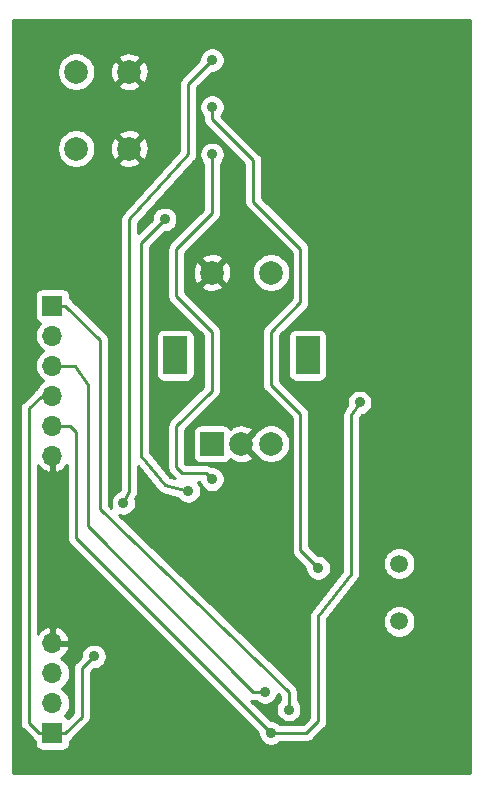
<source format=gbr>
G04 #@! TF.GenerationSoftware,KiCad,Pcbnew,(5.1.4)-1*
G04 #@! TF.CreationDate,2020-08-01T13:26:49+05:30*
G04 #@! TF.ProjectId,knob_32u4,6b6e6f62-5f33-4327-9534-2e6b69636164,rev?*
G04 #@! TF.SameCoordinates,Original*
G04 #@! TF.FileFunction,Copper,L2,Bot*
G04 #@! TF.FilePolarity,Positive*
%FSLAX46Y46*%
G04 Gerber Fmt 4.6, Leading zero omitted, Abs format (unit mm)*
G04 Created by KiCad (PCBNEW (5.1.4)-1) date 2020-08-01 13:26:49*
%MOMM*%
%LPD*%
G04 APERTURE LIST*
%ADD10R,2.000000X2.000000*%
%ADD11C,2.000000*%
%ADD12R,2.000000X3.200000*%
%ADD13O,1.700000X1.700000*%
%ADD14R,1.700000X1.700000*%
%ADD15C,1.500000*%
%ADD16C,0.900000*%
%ADD17C,0.250000*%
%ADD18C,0.254000*%
G04 APERTURE END LIST*
D10*
X117500000Y-86500000D03*
D11*
X120000000Y-86500000D03*
X122500000Y-86500000D03*
D12*
X114400000Y-79000000D03*
X125600000Y-79000000D03*
D11*
X117500000Y-72000000D03*
X122500000Y-72000000D03*
D13*
X104000000Y-103380000D03*
X104000000Y-105920000D03*
X104000000Y-108460000D03*
D14*
X104000000Y-111000000D03*
D15*
X133350000Y-101527000D03*
X133350000Y-96647000D03*
D11*
X106000000Y-55000000D03*
X110500000Y-55000000D03*
X106000000Y-61500000D03*
X110500000Y-61500000D03*
D13*
X104000000Y-87500000D03*
X104000000Y-84960000D03*
X104000000Y-82420000D03*
X104000000Y-79880000D03*
X104000000Y-77340000D03*
D14*
X104000000Y-74800000D03*
D16*
X122500000Y-111000000D03*
X130000000Y-83000000D03*
X107500000Y-104500000D03*
X122000000Y-107500000D03*
X124000000Y-109000000D03*
X117500000Y-54000000D03*
X110000000Y-91500000D03*
X117500000Y-58000000D03*
X126500000Y-97000000D03*
X117500000Y-62000000D03*
X117500000Y-89500000D03*
X113500000Y-67500000D03*
X115500000Y-90500000D03*
D17*
X104000000Y-88702081D02*
X104000000Y-103380000D01*
X104000000Y-87500000D02*
X104000000Y-88702081D01*
X105460000Y-84960000D02*
X104000000Y-84960000D01*
X106000000Y-85500000D02*
X105460000Y-84960000D01*
X122500000Y-111000000D02*
X106000000Y-94500000D01*
X106000000Y-94500000D02*
X106000000Y-85500000D01*
X129286000Y-84074000D02*
X130000000Y-83000000D01*
X129286000Y-97500000D02*
X129286000Y-84074000D01*
X126492000Y-101092000D02*
X129286000Y-97500000D01*
X126500000Y-110000000D02*
X126492000Y-101092000D01*
X122500000Y-111000000D02*
X125500000Y-111000000D01*
X125500000Y-111000000D02*
X126500000Y-110000000D01*
X103000000Y-82500000D02*
X104000000Y-82420000D01*
X102000000Y-83500000D02*
X103000000Y-82500000D01*
X102000000Y-110100000D02*
X102000000Y-83500000D01*
X104000000Y-111000000D02*
X102900000Y-111000000D01*
X102900000Y-111000000D02*
X102000000Y-110100000D01*
X107500000Y-104500000D02*
X106500000Y-105500000D01*
X105100000Y-111000000D02*
X104000000Y-111000000D01*
X106500000Y-109600000D02*
X105100000Y-111000000D01*
X106500000Y-105500000D02*
X106500000Y-109600000D01*
X121000000Y-107500000D02*
X122000000Y-107500000D01*
X107000000Y-93500000D02*
X121000000Y-107500000D01*
X107000000Y-81500000D02*
X107000000Y-93500000D01*
X104000000Y-79880000D02*
X105880000Y-79880000D01*
X105880000Y-79880000D02*
X107000000Y-81500000D01*
X105100000Y-74800000D02*
X104000000Y-74800000D01*
X108000000Y-77700000D02*
X105100000Y-74800000D01*
X108000000Y-92000000D02*
X108000000Y-77700000D01*
X124000000Y-109000000D02*
X124000000Y-107500000D01*
X124000000Y-107500000D02*
X108000000Y-92000000D01*
X110500000Y-90500000D02*
X110500000Y-67500000D01*
X110500000Y-67500000D02*
X115500000Y-62000000D01*
X115500000Y-62000000D02*
X115500000Y-56000000D01*
X115500000Y-56000000D02*
X117500000Y-54000000D01*
X110000000Y-91500000D02*
X110500000Y-90500000D01*
X117500000Y-58000000D02*
X117500000Y-59000000D01*
X117500000Y-59000000D02*
X121000000Y-62500000D01*
X121000000Y-62500000D02*
X121000000Y-66000000D01*
X121000000Y-66000000D02*
X125000000Y-70000000D01*
X125000000Y-70000000D02*
X125000000Y-74500000D01*
X125000000Y-74500000D02*
X122500000Y-77000000D01*
X122500000Y-77000000D02*
X122500000Y-81500000D01*
X122500000Y-81500000D02*
X125000000Y-84000000D01*
X125000000Y-84000000D02*
X125000000Y-95500000D01*
X125000000Y-95500000D02*
X126500000Y-97000000D01*
X117500000Y-89500000D02*
X117000000Y-89000000D01*
X117000000Y-89000000D02*
X115000000Y-89000000D01*
X115000000Y-89000000D02*
X114500000Y-88500000D01*
X114500000Y-88500000D02*
X114500000Y-85000000D01*
X114500000Y-85000000D02*
X117500000Y-82000000D01*
X117500000Y-82000000D02*
X117500000Y-77000000D01*
X117500000Y-77000000D02*
X114500000Y-74000000D01*
X114500000Y-74000000D02*
X114500000Y-70000000D01*
X114500000Y-70000000D02*
X117500000Y-67000000D01*
X117500000Y-67000000D02*
X117500000Y-62000000D01*
X111500000Y-69500000D02*
X113500000Y-67500000D01*
X111500000Y-87500000D02*
X111500000Y-69500000D01*
X113500000Y-90000000D02*
X111500000Y-87500000D01*
X115500000Y-90500000D02*
X113500000Y-90000000D01*
D18*
G36*
X139340001Y-114340000D02*
G01*
X100660000Y-114340000D01*
X100660000Y-83500000D01*
X101236324Y-83500000D01*
X101240001Y-83537333D01*
X101240000Y-110062678D01*
X101236324Y-110100000D01*
X101240000Y-110137322D01*
X101240000Y-110137332D01*
X101250997Y-110248985D01*
X101269006Y-110308353D01*
X101294454Y-110392246D01*
X101365026Y-110524276D01*
X101404871Y-110572826D01*
X101459999Y-110640001D01*
X101489002Y-110663803D01*
X102336201Y-111511003D01*
X102359999Y-111540001D01*
X102475724Y-111634974D01*
X102511928Y-111654326D01*
X102511928Y-111850000D01*
X102524188Y-111974482D01*
X102560498Y-112094180D01*
X102619463Y-112204494D01*
X102698815Y-112301185D01*
X102795506Y-112380537D01*
X102905820Y-112439502D01*
X103025518Y-112475812D01*
X103150000Y-112488072D01*
X104850000Y-112488072D01*
X104974482Y-112475812D01*
X105094180Y-112439502D01*
X105204494Y-112380537D01*
X105301185Y-112301185D01*
X105380537Y-112204494D01*
X105439502Y-112094180D01*
X105475812Y-111974482D01*
X105488072Y-111850000D01*
X105488072Y-111654326D01*
X105524276Y-111634974D01*
X105640001Y-111540001D01*
X105663804Y-111510997D01*
X107011003Y-110163799D01*
X107040001Y-110140001D01*
X107085139Y-110085000D01*
X107134974Y-110024277D01*
X107205546Y-109892247D01*
X107249003Y-109748986D01*
X107260000Y-109637333D01*
X107260000Y-109637323D01*
X107263676Y-109600000D01*
X107260000Y-109562678D01*
X107260000Y-105814801D01*
X107489801Y-105585000D01*
X107606863Y-105585000D01*
X107816483Y-105543304D01*
X108013940Y-105461515D01*
X108191647Y-105342775D01*
X108342775Y-105191647D01*
X108461515Y-105013940D01*
X108543304Y-104816483D01*
X108585000Y-104606863D01*
X108585000Y-104393137D01*
X108543304Y-104183517D01*
X108461515Y-103986060D01*
X108342775Y-103808353D01*
X108191647Y-103657225D01*
X108013940Y-103538485D01*
X107816483Y-103456696D01*
X107606863Y-103415000D01*
X107393137Y-103415000D01*
X107183517Y-103456696D01*
X106986060Y-103538485D01*
X106808353Y-103657225D01*
X106657225Y-103808353D01*
X106538485Y-103986060D01*
X106456696Y-104183517D01*
X106415000Y-104393137D01*
X106415000Y-104510199D01*
X105989002Y-104936196D01*
X105959999Y-104959999D01*
X105915731Y-105013940D01*
X105865026Y-105075724D01*
X105803063Y-105191647D01*
X105794454Y-105207754D01*
X105750997Y-105351015D01*
X105740000Y-105462668D01*
X105740000Y-105462678D01*
X105736324Y-105500000D01*
X105740000Y-105537323D01*
X105740001Y-109285197D01*
X105312543Y-109712655D01*
X105301185Y-109698815D01*
X105204494Y-109619463D01*
X105094180Y-109560498D01*
X105025313Y-109539607D01*
X105055134Y-109515134D01*
X105240706Y-109289014D01*
X105378599Y-109031034D01*
X105463513Y-108751111D01*
X105492185Y-108460000D01*
X105463513Y-108168889D01*
X105378599Y-107888966D01*
X105240706Y-107630986D01*
X105055134Y-107404866D01*
X104829014Y-107219294D01*
X104774209Y-107190000D01*
X104829014Y-107160706D01*
X105055134Y-106975134D01*
X105240706Y-106749014D01*
X105378599Y-106491034D01*
X105463513Y-106211111D01*
X105492185Y-105920000D01*
X105463513Y-105628889D01*
X105378599Y-105348966D01*
X105240706Y-105090986D01*
X105055134Y-104864866D01*
X104829014Y-104679294D01*
X104764477Y-104644799D01*
X104881355Y-104575178D01*
X105097588Y-104380269D01*
X105271641Y-104146920D01*
X105396825Y-103884099D01*
X105441476Y-103736890D01*
X105320155Y-103507000D01*
X104127000Y-103507000D01*
X104127000Y-103527000D01*
X103873000Y-103527000D01*
X103873000Y-103507000D01*
X103853000Y-103507000D01*
X103853000Y-103253000D01*
X103873000Y-103253000D01*
X103873000Y-102059186D01*
X104127000Y-102059186D01*
X104127000Y-103253000D01*
X105320155Y-103253000D01*
X105441476Y-103023110D01*
X105396825Y-102875901D01*
X105271641Y-102613080D01*
X105097588Y-102379731D01*
X104881355Y-102184822D01*
X104631252Y-102035843D01*
X104356891Y-101938519D01*
X104127000Y-102059186D01*
X103873000Y-102059186D01*
X103643109Y-101938519D01*
X103368748Y-102035843D01*
X103118645Y-102184822D01*
X102902412Y-102379731D01*
X102760000Y-102570660D01*
X102760000Y-88309340D01*
X102902412Y-88500269D01*
X103118645Y-88695178D01*
X103368748Y-88844157D01*
X103643109Y-88941481D01*
X103873000Y-88820814D01*
X103873000Y-87627000D01*
X103853000Y-87627000D01*
X103853000Y-87373000D01*
X103873000Y-87373000D01*
X103873000Y-87353000D01*
X104127000Y-87353000D01*
X104127000Y-87373000D01*
X104147000Y-87373000D01*
X104147000Y-87627000D01*
X104127000Y-87627000D01*
X104127000Y-88820814D01*
X104356891Y-88941481D01*
X104631252Y-88844157D01*
X104881355Y-88695178D01*
X105097588Y-88500269D01*
X105240001Y-88309339D01*
X105240000Y-94462678D01*
X105236324Y-94500000D01*
X105240000Y-94537322D01*
X105240000Y-94537332D01*
X105250997Y-94648985D01*
X105277491Y-94736324D01*
X105294454Y-94792246D01*
X105365026Y-94924276D01*
X105404871Y-94972826D01*
X105459999Y-95040001D01*
X105489003Y-95063804D01*
X121415000Y-110989802D01*
X121415000Y-111106863D01*
X121456696Y-111316483D01*
X121538485Y-111513940D01*
X121657225Y-111691647D01*
X121808353Y-111842775D01*
X121986060Y-111961515D01*
X122183517Y-112043304D01*
X122393137Y-112085000D01*
X122606863Y-112085000D01*
X122816483Y-112043304D01*
X123013940Y-111961515D01*
X123191647Y-111842775D01*
X123274422Y-111760000D01*
X125462678Y-111760000D01*
X125500000Y-111763676D01*
X125537322Y-111760000D01*
X125537333Y-111760000D01*
X125648986Y-111749003D01*
X125792247Y-111705546D01*
X125924276Y-111634974D01*
X126040001Y-111540001D01*
X126063804Y-111510998D01*
X127011246Y-110563556D01*
X127040485Y-110539516D01*
X127087214Y-110482471D01*
X127134974Y-110424276D01*
X127135139Y-110423968D01*
X127135354Y-110423705D01*
X127170094Y-110358571D01*
X127205546Y-110292247D01*
X127205646Y-110291916D01*
X127205808Y-110291613D01*
X127227246Y-110220710D01*
X127249003Y-110148986D01*
X127249037Y-110148640D01*
X127249136Y-110148313D01*
X127256336Y-110074530D01*
X127263677Y-110000000D01*
X127259966Y-109962325D01*
X127252269Y-101390589D01*
X131965000Y-101390589D01*
X131965000Y-101663411D01*
X132018225Y-101930989D01*
X132122629Y-102183043D01*
X132274201Y-102409886D01*
X132467114Y-102602799D01*
X132693957Y-102754371D01*
X132946011Y-102858775D01*
X133213589Y-102912000D01*
X133486411Y-102912000D01*
X133753989Y-102858775D01*
X134006043Y-102754371D01*
X134232886Y-102602799D01*
X134425799Y-102409886D01*
X134577371Y-102183043D01*
X134681775Y-101930989D01*
X134735000Y-101663411D01*
X134735000Y-101390589D01*
X134681775Y-101123011D01*
X134577371Y-100870957D01*
X134425799Y-100644114D01*
X134232886Y-100451201D01*
X134006043Y-100299629D01*
X133753989Y-100195225D01*
X133486411Y-100142000D01*
X133213589Y-100142000D01*
X132946011Y-100195225D01*
X132693957Y-100299629D01*
X132467114Y-100451201D01*
X132274201Y-100644114D01*
X132122629Y-100870957D01*
X132018225Y-101123011D01*
X131965000Y-101390589D01*
X127252269Y-101390589D01*
X127252234Y-101352476D01*
X129879799Y-97974448D01*
X129920974Y-97924276D01*
X129943353Y-97882409D01*
X129968682Y-97842268D01*
X129978555Y-97816551D01*
X129991546Y-97792247D01*
X130005327Y-97746817D01*
X130022338Y-97702507D01*
X130027005Y-97675352D01*
X130035003Y-97648986D01*
X130039656Y-97601742D01*
X130047696Y-97554963D01*
X130046000Y-97490098D01*
X130046000Y-96510589D01*
X131965000Y-96510589D01*
X131965000Y-96783411D01*
X132018225Y-97050989D01*
X132122629Y-97303043D01*
X132274201Y-97529886D01*
X132467114Y-97722799D01*
X132693957Y-97874371D01*
X132946011Y-97978775D01*
X133213589Y-98032000D01*
X133486411Y-98032000D01*
X133753989Y-97978775D01*
X134006043Y-97874371D01*
X134232886Y-97722799D01*
X134425799Y-97529886D01*
X134577371Y-97303043D01*
X134681775Y-97050989D01*
X134735000Y-96783411D01*
X134735000Y-96510589D01*
X134681775Y-96243011D01*
X134577371Y-95990957D01*
X134425799Y-95764114D01*
X134232886Y-95571201D01*
X134006043Y-95419629D01*
X133753989Y-95315225D01*
X133486411Y-95262000D01*
X133213589Y-95262000D01*
X132946011Y-95315225D01*
X132693957Y-95419629D01*
X132467114Y-95571201D01*
X132274201Y-95764114D01*
X132122629Y-95990957D01*
X132018225Y-96243011D01*
X131965000Y-96510589D01*
X130046000Y-96510589D01*
X130046000Y-84303574D01*
X130204178Y-84065643D01*
X130316483Y-84043304D01*
X130513940Y-83961515D01*
X130691647Y-83842775D01*
X130842775Y-83691647D01*
X130961515Y-83513940D01*
X131043304Y-83316483D01*
X131085000Y-83106863D01*
X131085000Y-82893137D01*
X131043304Y-82683517D01*
X130961515Y-82486060D01*
X130842775Y-82308353D01*
X130691647Y-82157225D01*
X130513940Y-82038485D01*
X130316483Y-81956696D01*
X130106863Y-81915000D01*
X129893137Y-81915000D01*
X129683517Y-81956696D01*
X129486060Y-82038485D01*
X129308353Y-82157225D01*
X129157225Y-82308353D01*
X129038485Y-82486060D01*
X128956696Y-82683517D01*
X128915000Y-82893137D01*
X128915000Y-83106863D01*
X128938337Y-83224187D01*
X128674255Y-83621420D01*
X128651027Y-83649724D01*
X128632926Y-83683587D01*
X128632430Y-83684334D01*
X128615252Y-83716653D01*
X128580455Y-83781753D01*
X128580194Y-83782612D01*
X128579774Y-83783403D01*
X128558429Y-83854364D01*
X128536998Y-83925014D01*
X128536911Y-83925902D01*
X128536651Y-83926765D01*
X128529554Y-84000598D01*
X128526001Y-84036667D01*
X128526001Y-84037554D01*
X128522326Y-84075784D01*
X128526001Y-84112223D01*
X128526000Y-97239222D01*
X125897977Y-100617840D01*
X125856646Y-100668295D01*
X125834468Y-100709876D01*
X125809318Y-100749733D01*
X125799323Y-100775769D01*
X125786192Y-100800387D01*
X125772550Y-100845505D01*
X125755662Y-100889495D01*
X125750937Y-100916987D01*
X125742864Y-100943687D01*
X125738287Y-100990592D01*
X125730304Y-101037038D01*
X125732009Y-101102251D01*
X125739717Y-109685481D01*
X125185199Y-110240000D01*
X123274422Y-110240000D01*
X123191647Y-110157225D01*
X123013940Y-110038485D01*
X122816483Y-109956696D01*
X122606863Y-109915000D01*
X122489802Y-109915000D01*
X120811957Y-108237156D01*
X120851014Y-108249003D01*
X120962667Y-108260000D01*
X120962677Y-108260000D01*
X121000000Y-108263676D01*
X121037323Y-108260000D01*
X121225578Y-108260000D01*
X121308353Y-108342775D01*
X121486060Y-108461515D01*
X121683517Y-108543304D01*
X121893137Y-108585000D01*
X122106863Y-108585000D01*
X122316483Y-108543304D01*
X122513940Y-108461515D01*
X122691647Y-108342775D01*
X122842775Y-108191647D01*
X122961515Y-108013940D01*
X123043304Y-107816483D01*
X123074181Y-107661254D01*
X123240001Y-107821893D01*
X123240001Y-108225577D01*
X123157225Y-108308353D01*
X123038485Y-108486060D01*
X122956696Y-108683517D01*
X122915000Y-108893137D01*
X122915000Y-109106863D01*
X122956696Y-109316483D01*
X123038485Y-109513940D01*
X123157225Y-109691647D01*
X123308353Y-109842775D01*
X123486060Y-109961515D01*
X123683517Y-110043304D01*
X123893137Y-110085000D01*
X124106863Y-110085000D01*
X124316483Y-110043304D01*
X124513940Y-109961515D01*
X124691647Y-109842775D01*
X124842775Y-109691647D01*
X124961515Y-109513940D01*
X125043304Y-109316483D01*
X125085000Y-109106863D01*
X125085000Y-108893137D01*
X125043304Y-108683517D01*
X124961515Y-108486060D01*
X124842775Y-108308353D01*
X124760000Y-108225578D01*
X124760000Y-107531276D01*
X124763580Y-107487879D01*
X124755754Y-107419560D01*
X124749003Y-107351014D01*
X124747235Y-107345185D01*
X124746543Y-107339145D01*
X124725541Y-107273669D01*
X124705546Y-107207753D01*
X124702675Y-107202382D01*
X124700818Y-107196592D01*
X124667425Y-107136435D01*
X124634974Y-107075724D01*
X124631114Y-107071020D01*
X124628160Y-107065699D01*
X124583651Y-107013186D01*
X124540001Y-106959999D01*
X124506335Y-106932370D01*
X109630388Y-92521297D01*
X109683517Y-92543304D01*
X109893137Y-92585000D01*
X110106863Y-92585000D01*
X110316483Y-92543304D01*
X110513940Y-92461515D01*
X110691647Y-92342775D01*
X110842775Y-92191647D01*
X110961515Y-92013940D01*
X111043304Y-91816483D01*
X111085000Y-91606863D01*
X111085000Y-91393137D01*
X111043304Y-91183517D01*
X111027284Y-91144842D01*
X111175133Y-90849144D01*
X111205546Y-90792247D01*
X111219447Y-90746420D01*
X111236557Y-90701708D01*
X111241125Y-90674957D01*
X111249003Y-90648986D01*
X111253696Y-90601339D01*
X111261756Y-90554137D01*
X111260000Y-90489665D01*
X111260000Y-88416594D01*
X112897984Y-90464073D01*
X112934389Y-90513113D01*
X112972389Y-90547523D01*
X113008197Y-90584236D01*
X113027766Y-90597668D01*
X113045359Y-90613599D01*
X113089346Y-90639936D01*
X113131626Y-90668957D01*
X113153443Y-90678314D01*
X113173803Y-90690505D01*
X113222086Y-90707756D01*
X113269211Y-90727968D01*
X113328985Y-90740635D01*
X114561805Y-91048840D01*
X114657225Y-91191647D01*
X114808353Y-91342775D01*
X114986060Y-91461515D01*
X115183517Y-91543304D01*
X115393137Y-91585000D01*
X115606863Y-91585000D01*
X115816483Y-91543304D01*
X116013940Y-91461515D01*
X116191647Y-91342775D01*
X116342775Y-91191647D01*
X116461515Y-91013940D01*
X116543304Y-90816483D01*
X116585000Y-90606863D01*
X116585000Y-90393137D01*
X116543304Y-90183517D01*
X116461515Y-89986060D01*
X116342775Y-89808353D01*
X116294422Y-89760000D01*
X116445461Y-89760000D01*
X116456696Y-89816483D01*
X116538485Y-90013940D01*
X116657225Y-90191647D01*
X116808353Y-90342775D01*
X116986060Y-90461515D01*
X117183517Y-90543304D01*
X117393137Y-90585000D01*
X117606863Y-90585000D01*
X117816483Y-90543304D01*
X118013940Y-90461515D01*
X118191647Y-90342775D01*
X118342775Y-90191647D01*
X118461515Y-90013940D01*
X118543304Y-89816483D01*
X118585000Y-89606863D01*
X118585000Y-89393137D01*
X118543304Y-89183517D01*
X118461515Y-88986060D01*
X118342775Y-88808353D01*
X118191647Y-88657225D01*
X118013940Y-88538485D01*
X117816483Y-88456696D01*
X117606863Y-88415000D01*
X117485170Y-88415000D01*
X117424276Y-88365026D01*
X117292247Y-88294454D01*
X117148986Y-88250997D01*
X117037333Y-88240000D01*
X117037322Y-88240000D01*
X117000000Y-88236324D01*
X116962678Y-88240000D01*
X115314801Y-88240000D01*
X115260000Y-88185199D01*
X115260000Y-85500000D01*
X115861928Y-85500000D01*
X115861928Y-87500000D01*
X115874188Y-87624482D01*
X115910498Y-87744180D01*
X115969463Y-87854494D01*
X116048815Y-87951185D01*
X116145506Y-88030537D01*
X116255820Y-88089502D01*
X116375518Y-88125812D01*
X116500000Y-88138072D01*
X118500000Y-88138072D01*
X118624482Y-88125812D01*
X118744180Y-88089502D01*
X118854494Y-88030537D01*
X118951185Y-87951185D01*
X119030537Y-87854494D01*
X119085976Y-87750777D01*
X119139956Y-87899814D01*
X119429571Y-88040704D01*
X119741108Y-88122384D01*
X120062595Y-88141718D01*
X120381675Y-88097961D01*
X120686088Y-87992795D01*
X120860044Y-87899814D01*
X120955808Y-87635413D01*
X120000000Y-86679605D01*
X119985858Y-86693748D01*
X119806253Y-86514143D01*
X119820395Y-86500000D01*
X120179605Y-86500000D01*
X121135413Y-87455808D01*
X121165075Y-87445065D01*
X121230013Y-87542252D01*
X121457748Y-87769987D01*
X121725537Y-87948918D01*
X122023088Y-88072168D01*
X122338967Y-88135000D01*
X122661033Y-88135000D01*
X122976912Y-88072168D01*
X123274463Y-87948918D01*
X123542252Y-87769987D01*
X123769987Y-87542252D01*
X123948918Y-87274463D01*
X124072168Y-86976912D01*
X124135000Y-86661033D01*
X124135000Y-86338967D01*
X124072168Y-86023088D01*
X123948918Y-85725537D01*
X123769987Y-85457748D01*
X123542252Y-85230013D01*
X123274463Y-85051082D01*
X122976912Y-84927832D01*
X122661033Y-84865000D01*
X122338967Y-84865000D01*
X122023088Y-84927832D01*
X121725537Y-85051082D01*
X121457748Y-85230013D01*
X121230013Y-85457748D01*
X121165075Y-85554935D01*
X121135413Y-85544192D01*
X120179605Y-86500000D01*
X119820395Y-86500000D01*
X119806253Y-86485858D01*
X119985858Y-86306253D01*
X120000000Y-86320395D01*
X120955808Y-85364587D01*
X120860044Y-85100186D01*
X120570429Y-84959296D01*
X120258892Y-84877616D01*
X119937405Y-84858282D01*
X119618325Y-84902039D01*
X119313912Y-85007205D01*
X119139956Y-85100186D01*
X119085976Y-85249223D01*
X119030537Y-85145506D01*
X118951185Y-85048815D01*
X118854494Y-84969463D01*
X118744180Y-84910498D01*
X118624482Y-84874188D01*
X118500000Y-84861928D01*
X116500000Y-84861928D01*
X116375518Y-84874188D01*
X116255820Y-84910498D01*
X116145506Y-84969463D01*
X116048815Y-85048815D01*
X115969463Y-85145506D01*
X115910498Y-85255820D01*
X115874188Y-85375518D01*
X115861928Y-85500000D01*
X115260000Y-85500000D01*
X115260000Y-85314801D01*
X118011004Y-82563798D01*
X118040001Y-82540001D01*
X118134974Y-82424276D01*
X118205546Y-82292247D01*
X118249003Y-82148986D01*
X118260000Y-82037333D01*
X118260000Y-82037325D01*
X118263676Y-82000000D01*
X118260000Y-81962675D01*
X118260000Y-77037325D01*
X118263676Y-77000000D01*
X118260000Y-76962675D01*
X118260000Y-76962667D01*
X118249003Y-76851014D01*
X118205546Y-76707753D01*
X118134974Y-76575724D01*
X118040001Y-76459999D01*
X118011003Y-76436201D01*
X115260000Y-73685199D01*
X115260000Y-73135413D01*
X116544192Y-73135413D01*
X116639956Y-73399814D01*
X116929571Y-73540704D01*
X117241108Y-73622384D01*
X117562595Y-73641718D01*
X117881675Y-73597961D01*
X118186088Y-73492795D01*
X118360044Y-73399814D01*
X118455808Y-73135413D01*
X117500000Y-72179605D01*
X116544192Y-73135413D01*
X115260000Y-73135413D01*
X115260000Y-72062595D01*
X115858282Y-72062595D01*
X115902039Y-72381675D01*
X116007205Y-72686088D01*
X116100186Y-72860044D01*
X116364587Y-72955808D01*
X117320395Y-72000000D01*
X117679605Y-72000000D01*
X118635413Y-72955808D01*
X118899814Y-72860044D01*
X119040704Y-72570429D01*
X119122384Y-72258892D01*
X119141718Y-71937405D01*
X119128219Y-71838967D01*
X120865000Y-71838967D01*
X120865000Y-72161033D01*
X120927832Y-72476912D01*
X121051082Y-72774463D01*
X121230013Y-73042252D01*
X121457748Y-73269987D01*
X121725537Y-73448918D01*
X122023088Y-73572168D01*
X122338967Y-73635000D01*
X122661033Y-73635000D01*
X122976912Y-73572168D01*
X123274463Y-73448918D01*
X123542252Y-73269987D01*
X123769987Y-73042252D01*
X123948918Y-72774463D01*
X124072168Y-72476912D01*
X124135000Y-72161033D01*
X124135000Y-71838967D01*
X124072168Y-71523088D01*
X123948918Y-71225537D01*
X123769987Y-70957748D01*
X123542252Y-70730013D01*
X123274463Y-70551082D01*
X122976912Y-70427832D01*
X122661033Y-70365000D01*
X122338967Y-70365000D01*
X122023088Y-70427832D01*
X121725537Y-70551082D01*
X121457748Y-70730013D01*
X121230013Y-70957748D01*
X121051082Y-71225537D01*
X120927832Y-71523088D01*
X120865000Y-71838967D01*
X119128219Y-71838967D01*
X119097961Y-71618325D01*
X118992795Y-71313912D01*
X118899814Y-71139956D01*
X118635413Y-71044192D01*
X117679605Y-72000000D01*
X117320395Y-72000000D01*
X116364587Y-71044192D01*
X116100186Y-71139956D01*
X115959296Y-71429571D01*
X115877616Y-71741108D01*
X115858282Y-72062595D01*
X115260000Y-72062595D01*
X115260000Y-70864587D01*
X116544192Y-70864587D01*
X117500000Y-71820395D01*
X118455808Y-70864587D01*
X118360044Y-70600186D01*
X118070429Y-70459296D01*
X117758892Y-70377616D01*
X117437405Y-70358282D01*
X117118325Y-70402039D01*
X116813912Y-70507205D01*
X116639956Y-70600186D01*
X116544192Y-70864587D01*
X115260000Y-70864587D01*
X115260000Y-70314801D01*
X118011004Y-67563798D01*
X118040001Y-67540001D01*
X118134974Y-67424276D01*
X118205546Y-67292247D01*
X118249003Y-67148986D01*
X118260000Y-67037333D01*
X118260000Y-67037325D01*
X118263676Y-67000000D01*
X118260000Y-66962675D01*
X118260000Y-62774422D01*
X118342775Y-62691647D01*
X118461515Y-62513940D01*
X118543304Y-62316483D01*
X118585000Y-62106863D01*
X118585000Y-61893137D01*
X118543304Y-61683517D01*
X118461515Y-61486060D01*
X118342775Y-61308353D01*
X118191647Y-61157225D01*
X118013940Y-61038485D01*
X117816483Y-60956696D01*
X117606863Y-60915000D01*
X117393137Y-60915000D01*
X117183517Y-60956696D01*
X116986060Y-61038485D01*
X116808353Y-61157225D01*
X116657225Y-61308353D01*
X116538485Y-61486060D01*
X116456696Y-61683517D01*
X116415000Y-61893137D01*
X116415000Y-62106863D01*
X116456696Y-62316483D01*
X116538485Y-62513940D01*
X116657225Y-62691647D01*
X116740001Y-62774423D01*
X116740000Y-66685198D01*
X113988998Y-69436201D01*
X113960000Y-69459999D01*
X113936202Y-69488997D01*
X113936201Y-69488998D01*
X113865026Y-69575724D01*
X113794454Y-69707754D01*
X113768825Y-69792246D01*
X113750999Y-69851013D01*
X113750998Y-69851015D01*
X113736324Y-70000000D01*
X113740001Y-70037332D01*
X113740000Y-73962677D01*
X113736324Y-74000000D01*
X113740000Y-74037322D01*
X113740000Y-74037332D01*
X113750997Y-74148985D01*
X113784672Y-74259999D01*
X113794454Y-74292246D01*
X113865026Y-74424276D01*
X113904871Y-74472826D01*
X113959999Y-74540001D01*
X113989003Y-74563804D01*
X116740001Y-77314803D01*
X116740000Y-81685198D01*
X113988998Y-84436201D01*
X113960000Y-84459999D01*
X113936202Y-84488997D01*
X113936201Y-84488998D01*
X113865026Y-84575724D01*
X113794454Y-84707754D01*
X113781942Y-84749002D01*
X113750998Y-84851014D01*
X113749618Y-84865026D01*
X113736324Y-85000000D01*
X113740001Y-85037332D01*
X113740000Y-88462677D01*
X113736324Y-88500000D01*
X113740000Y-88537322D01*
X113740000Y-88537332D01*
X113750997Y-88648985D01*
X113794454Y-88792246D01*
X113865026Y-88924276D01*
X113879146Y-88941481D01*
X113959999Y-89040001D01*
X113989003Y-89063804D01*
X114355747Y-89430548D01*
X113933204Y-89324912D01*
X112260000Y-87233407D01*
X112260000Y-77400000D01*
X112761928Y-77400000D01*
X112761928Y-80600000D01*
X112774188Y-80724482D01*
X112810498Y-80844180D01*
X112869463Y-80954494D01*
X112948815Y-81051185D01*
X113045506Y-81130537D01*
X113155820Y-81189502D01*
X113275518Y-81225812D01*
X113400000Y-81238072D01*
X115400000Y-81238072D01*
X115524482Y-81225812D01*
X115644180Y-81189502D01*
X115754494Y-81130537D01*
X115851185Y-81051185D01*
X115930537Y-80954494D01*
X115989502Y-80844180D01*
X116025812Y-80724482D01*
X116038072Y-80600000D01*
X116038072Y-77400000D01*
X116025812Y-77275518D01*
X115989502Y-77155820D01*
X115930537Y-77045506D01*
X115851185Y-76948815D01*
X115754494Y-76869463D01*
X115644180Y-76810498D01*
X115524482Y-76774188D01*
X115400000Y-76761928D01*
X113400000Y-76761928D01*
X113275518Y-76774188D01*
X113155820Y-76810498D01*
X113045506Y-76869463D01*
X112948815Y-76948815D01*
X112869463Y-77045506D01*
X112810498Y-77155820D01*
X112774188Y-77275518D01*
X112761928Y-77400000D01*
X112260000Y-77400000D01*
X112260000Y-69814801D01*
X113489802Y-68585000D01*
X113606863Y-68585000D01*
X113816483Y-68543304D01*
X114013940Y-68461515D01*
X114191647Y-68342775D01*
X114342775Y-68191647D01*
X114461515Y-68013940D01*
X114543304Y-67816483D01*
X114585000Y-67606863D01*
X114585000Y-67393137D01*
X114543304Y-67183517D01*
X114461515Y-66986060D01*
X114342775Y-66808353D01*
X114191647Y-66657225D01*
X114013940Y-66538485D01*
X113816483Y-66456696D01*
X113606863Y-66415000D01*
X113393137Y-66415000D01*
X113183517Y-66456696D01*
X112986060Y-66538485D01*
X112808353Y-66657225D01*
X112657225Y-66808353D01*
X112538485Y-66986060D01*
X112456696Y-67183517D01*
X112415000Y-67393137D01*
X112415000Y-67510198D01*
X111260000Y-68665199D01*
X111260000Y-67793820D01*
X116025035Y-62552283D01*
X116040001Y-62540001D01*
X116075277Y-62497017D01*
X116087467Y-62483608D01*
X116098965Y-62468153D01*
X116134974Y-62424276D01*
X116143563Y-62408208D01*
X116154435Y-62393594D01*
X116178779Y-62342323D01*
X116205546Y-62292247D01*
X116210835Y-62274813D01*
X116218648Y-62258357D01*
X116232524Y-62203312D01*
X116249003Y-62148986D01*
X116250789Y-62130853D01*
X116255241Y-62113192D01*
X116258111Y-62056510D01*
X116260000Y-62037333D01*
X116260000Y-62019209D01*
X116262812Y-61963676D01*
X116260000Y-61944521D01*
X116260000Y-57893137D01*
X116415000Y-57893137D01*
X116415000Y-58106863D01*
X116456696Y-58316483D01*
X116538485Y-58513940D01*
X116657225Y-58691647D01*
X116740001Y-58774423D01*
X116740001Y-58962668D01*
X116736324Y-59000000D01*
X116750998Y-59148985D01*
X116794454Y-59292246D01*
X116865026Y-59424276D01*
X116936201Y-59511002D01*
X116960000Y-59540001D01*
X116988998Y-59563799D01*
X120240000Y-62814803D01*
X120240001Y-65962668D01*
X120236324Y-66000000D01*
X120250998Y-66148985D01*
X120294454Y-66292246D01*
X120365026Y-66424276D01*
X120436201Y-66511002D01*
X120460000Y-66540001D01*
X120488998Y-66563799D01*
X124240000Y-70314802D01*
X124240001Y-74185197D01*
X121989003Y-76436196D01*
X121959999Y-76459999D01*
X121904871Y-76527174D01*
X121865026Y-76575724D01*
X121794455Y-76707753D01*
X121794454Y-76707754D01*
X121750997Y-76851015D01*
X121740000Y-76962668D01*
X121740000Y-76962678D01*
X121736324Y-77000000D01*
X121740000Y-77037323D01*
X121740001Y-81462667D01*
X121736324Y-81500000D01*
X121740001Y-81537333D01*
X121750998Y-81648986D01*
X121754795Y-81661502D01*
X121794454Y-81792246D01*
X121865026Y-81924276D01*
X121936201Y-82011002D01*
X121960000Y-82040001D01*
X121988998Y-82063799D01*
X124240000Y-84314802D01*
X124240001Y-95462668D01*
X124236324Y-95500000D01*
X124250998Y-95648985D01*
X124294454Y-95792246D01*
X124365026Y-95924276D01*
X124436201Y-96011002D01*
X124460000Y-96040001D01*
X124488998Y-96063799D01*
X125415000Y-96989802D01*
X125415000Y-97106863D01*
X125456696Y-97316483D01*
X125538485Y-97513940D01*
X125657225Y-97691647D01*
X125808353Y-97842775D01*
X125986060Y-97961515D01*
X126183517Y-98043304D01*
X126393137Y-98085000D01*
X126606863Y-98085000D01*
X126816483Y-98043304D01*
X127013940Y-97961515D01*
X127191647Y-97842775D01*
X127342775Y-97691647D01*
X127461515Y-97513940D01*
X127543304Y-97316483D01*
X127585000Y-97106863D01*
X127585000Y-96893137D01*
X127543304Y-96683517D01*
X127461515Y-96486060D01*
X127342775Y-96308353D01*
X127191647Y-96157225D01*
X127013940Y-96038485D01*
X126816483Y-95956696D01*
X126606863Y-95915000D01*
X126489802Y-95915000D01*
X125760000Y-95185199D01*
X125760000Y-84037323D01*
X125763676Y-84000000D01*
X125760000Y-83962677D01*
X125760000Y-83962667D01*
X125749003Y-83851014D01*
X125705546Y-83707753D01*
X125693028Y-83684334D01*
X125634974Y-83575723D01*
X125563799Y-83488997D01*
X125540001Y-83459999D01*
X125511004Y-83436202D01*
X123260000Y-81185199D01*
X123260000Y-77400000D01*
X123961928Y-77400000D01*
X123961928Y-80600000D01*
X123974188Y-80724482D01*
X124010498Y-80844180D01*
X124069463Y-80954494D01*
X124148815Y-81051185D01*
X124245506Y-81130537D01*
X124355820Y-81189502D01*
X124475518Y-81225812D01*
X124600000Y-81238072D01*
X126600000Y-81238072D01*
X126724482Y-81225812D01*
X126844180Y-81189502D01*
X126954494Y-81130537D01*
X127051185Y-81051185D01*
X127130537Y-80954494D01*
X127189502Y-80844180D01*
X127225812Y-80724482D01*
X127238072Y-80600000D01*
X127238072Y-77400000D01*
X127225812Y-77275518D01*
X127189502Y-77155820D01*
X127130537Y-77045506D01*
X127051185Y-76948815D01*
X126954494Y-76869463D01*
X126844180Y-76810498D01*
X126724482Y-76774188D01*
X126600000Y-76761928D01*
X124600000Y-76761928D01*
X124475518Y-76774188D01*
X124355820Y-76810498D01*
X124245506Y-76869463D01*
X124148815Y-76948815D01*
X124069463Y-77045506D01*
X124010498Y-77155820D01*
X123974188Y-77275518D01*
X123961928Y-77400000D01*
X123260000Y-77400000D01*
X123260000Y-77314801D01*
X125511003Y-75063799D01*
X125540001Y-75040001D01*
X125566332Y-75007917D01*
X125634974Y-74924277D01*
X125705546Y-74792247D01*
X125714212Y-74763677D01*
X125749003Y-74648986D01*
X125760000Y-74537333D01*
X125760000Y-74537323D01*
X125763676Y-74500000D01*
X125760000Y-74462677D01*
X125760000Y-70037322D01*
X125763676Y-69999999D01*
X125760000Y-69962676D01*
X125760000Y-69962667D01*
X125749003Y-69851014D01*
X125705546Y-69707753D01*
X125634974Y-69575724D01*
X125540001Y-69459999D01*
X125511004Y-69436202D01*
X121760000Y-65685199D01*
X121760000Y-62537322D01*
X121763676Y-62499999D01*
X121760000Y-62462676D01*
X121760000Y-62462667D01*
X121749003Y-62351014D01*
X121705546Y-62207753D01*
X121634974Y-62075724D01*
X121621811Y-62059685D01*
X121563799Y-61988996D01*
X121563795Y-61988992D01*
X121540001Y-61959999D01*
X121511009Y-61936206D01*
X118304612Y-58729810D01*
X118342775Y-58691647D01*
X118461515Y-58513940D01*
X118543304Y-58316483D01*
X118585000Y-58106863D01*
X118585000Y-57893137D01*
X118543304Y-57683517D01*
X118461515Y-57486060D01*
X118342775Y-57308353D01*
X118191647Y-57157225D01*
X118013940Y-57038485D01*
X117816483Y-56956696D01*
X117606863Y-56915000D01*
X117393137Y-56915000D01*
X117183517Y-56956696D01*
X116986060Y-57038485D01*
X116808353Y-57157225D01*
X116657225Y-57308353D01*
X116538485Y-57486060D01*
X116456696Y-57683517D01*
X116415000Y-57893137D01*
X116260000Y-57893137D01*
X116260000Y-56314801D01*
X117489802Y-55085000D01*
X117606863Y-55085000D01*
X117816483Y-55043304D01*
X118013940Y-54961515D01*
X118191647Y-54842775D01*
X118342775Y-54691647D01*
X118461515Y-54513940D01*
X118543304Y-54316483D01*
X118585000Y-54106863D01*
X118585000Y-53893137D01*
X118543304Y-53683517D01*
X118461515Y-53486060D01*
X118342775Y-53308353D01*
X118191647Y-53157225D01*
X118013940Y-53038485D01*
X117816483Y-52956696D01*
X117606863Y-52915000D01*
X117393137Y-52915000D01*
X117183517Y-52956696D01*
X116986060Y-53038485D01*
X116808353Y-53157225D01*
X116657225Y-53308353D01*
X116538485Y-53486060D01*
X116456696Y-53683517D01*
X116415000Y-53893137D01*
X116415000Y-54010198D01*
X114988998Y-55436201D01*
X114960000Y-55459999D01*
X114936202Y-55488997D01*
X114936201Y-55488998D01*
X114865026Y-55575724D01*
X114794454Y-55707754D01*
X114750998Y-55851015D01*
X114736324Y-56000000D01*
X114740001Y-56037332D01*
X114740000Y-61706179D01*
X109974966Y-66947717D01*
X109960000Y-66959999D01*
X109924724Y-67002982D01*
X109912533Y-67016393D01*
X109901031Y-67031853D01*
X109865027Y-67075724D01*
X109856441Y-67091787D01*
X109845564Y-67106407D01*
X109821212Y-67157696D01*
X109794455Y-67207753D01*
X109789168Y-67225184D01*
X109781352Y-67241644D01*
X109767473Y-67296701D01*
X109750998Y-67351014D01*
X109749212Y-67369143D01*
X109744759Y-67386810D01*
X109741888Y-67443509D01*
X109740001Y-67462667D01*
X109740001Y-67480772D01*
X109737188Y-67536324D01*
X109740001Y-67555486D01*
X109740000Y-90320591D01*
X109668925Y-90462740D01*
X109486060Y-90538485D01*
X109308353Y-90657225D01*
X109157225Y-90808353D01*
X109038485Y-90986060D01*
X108956696Y-91183517D01*
X108915000Y-91393137D01*
X108915000Y-91606863D01*
X108956696Y-91816483D01*
X108992792Y-91903626D01*
X108760000Y-91678109D01*
X108760000Y-77737322D01*
X108763676Y-77699999D01*
X108760000Y-77662676D01*
X108760000Y-77662667D01*
X108749003Y-77551014D01*
X108705546Y-77407753D01*
X108634974Y-77275724D01*
X108540001Y-77159999D01*
X108511003Y-77136201D01*
X105663804Y-74289003D01*
X105640001Y-74259999D01*
X105524276Y-74165026D01*
X105488072Y-74145674D01*
X105488072Y-73950000D01*
X105475812Y-73825518D01*
X105439502Y-73705820D01*
X105380537Y-73595506D01*
X105301185Y-73498815D01*
X105204494Y-73419463D01*
X105094180Y-73360498D01*
X104974482Y-73324188D01*
X104850000Y-73311928D01*
X103150000Y-73311928D01*
X103025518Y-73324188D01*
X102905820Y-73360498D01*
X102795506Y-73419463D01*
X102698815Y-73498815D01*
X102619463Y-73595506D01*
X102560498Y-73705820D01*
X102524188Y-73825518D01*
X102511928Y-73950000D01*
X102511928Y-75650000D01*
X102524188Y-75774482D01*
X102560498Y-75894180D01*
X102619463Y-76004494D01*
X102698815Y-76101185D01*
X102795506Y-76180537D01*
X102905820Y-76239502D01*
X102974687Y-76260393D01*
X102944866Y-76284866D01*
X102759294Y-76510986D01*
X102621401Y-76768966D01*
X102536487Y-77048889D01*
X102507815Y-77340000D01*
X102536487Y-77631111D01*
X102621401Y-77911034D01*
X102759294Y-78169014D01*
X102944866Y-78395134D01*
X103170986Y-78580706D01*
X103225791Y-78610000D01*
X103170986Y-78639294D01*
X102944866Y-78824866D01*
X102759294Y-79050986D01*
X102621401Y-79308966D01*
X102536487Y-79588889D01*
X102507815Y-79880000D01*
X102536487Y-80171111D01*
X102621401Y-80451034D01*
X102759294Y-80709014D01*
X102944866Y-80935134D01*
X103170986Y-81120706D01*
X103225791Y-81150000D01*
X103170986Y-81179294D01*
X102944866Y-81364866D01*
X102759294Y-81590986D01*
X102628762Y-81835195D01*
X102614976Y-81844045D01*
X102575724Y-81865026D01*
X102552121Y-81884396D01*
X102526440Y-81900883D01*
X102494411Y-81931758D01*
X102488997Y-81936201D01*
X102467471Y-81957727D01*
X102418657Y-82004782D01*
X102414648Y-82010550D01*
X101488998Y-82936201D01*
X101460000Y-82959999D01*
X101436202Y-82988997D01*
X101436201Y-82988998D01*
X101365026Y-83075724D01*
X101294454Y-83207754D01*
X101269325Y-83290598D01*
X101250998Y-83351014D01*
X101240264Y-83459999D01*
X101236324Y-83500000D01*
X100660000Y-83500000D01*
X100660000Y-61338967D01*
X104365000Y-61338967D01*
X104365000Y-61661033D01*
X104427832Y-61976912D01*
X104551082Y-62274463D01*
X104730013Y-62542252D01*
X104957748Y-62769987D01*
X105225537Y-62948918D01*
X105523088Y-63072168D01*
X105838967Y-63135000D01*
X106161033Y-63135000D01*
X106476912Y-63072168D01*
X106774463Y-62948918D01*
X107042252Y-62769987D01*
X107176826Y-62635413D01*
X109544192Y-62635413D01*
X109639956Y-62899814D01*
X109929571Y-63040704D01*
X110241108Y-63122384D01*
X110562595Y-63141718D01*
X110881675Y-63097961D01*
X111186088Y-62992795D01*
X111360044Y-62899814D01*
X111455808Y-62635413D01*
X110500000Y-61679605D01*
X109544192Y-62635413D01*
X107176826Y-62635413D01*
X107269987Y-62542252D01*
X107448918Y-62274463D01*
X107572168Y-61976912D01*
X107635000Y-61661033D01*
X107635000Y-61562595D01*
X108858282Y-61562595D01*
X108902039Y-61881675D01*
X109007205Y-62186088D01*
X109100186Y-62360044D01*
X109364587Y-62455808D01*
X110320395Y-61500000D01*
X110679605Y-61500000D01*
X111635413Y-62455808D01*
X111899814Y-62360044D01*
X112040704Y-62070429D01*
X112122384Y-61758892D01*
X112141718Y-61437405D01*
X112097961Y-61118325D01*
X111992795Y-60813912D01*
X111899814Y-60639956D01*
X111635413Y-60544192D01*
X110679605Y-61500000D01*
X110320395Y-61500000D01*
X109364587Y-60544192D01*
X109100186Y-60639956D01*
X108959296Y-60929571D01*
X108877616Y-61241108D01*
X108858282Y-61562595D01*
X107635000Y-61562595D01*
X107635000Y-61338967D01*
X107572168Y-61023088D01*
X107448918Y-60725537D01*
X107269987Y-60457748D01*
X107176826Y-60364587D01*
X109544192Y-60364587D01*
X110500000Y-61320395D01*
X111455808Y-60364587D01*
X111360044Y-60100186D01*
X111070429Y-59959296D01*
X110758892Y-59877616D01*
X110437405Y-59858282D01*
X110118325Y-59902039D01*
X109813912Y-60007205D01*
X109639956Y-60100186D01*
X109544192Y-60364587D01*
X107176826Y-60364587D01*
X107042252Y-60230013D01*
X106774463Y-60051082D01*
X106476912Y-59927832D01*
X106161033Y-59865000D01*
X105838967Y-59865000D01*
X105523088Y-59927832D01*
X105225537Y-60051082D01*
X104957748Y-60230013D01*
X104730013Y-60457748D01*
X104551082Y-60725537D01*
X104427832Y-61023088D01*
X104365000Y-61338967D01*
X100660000Y-61338967D01*
X100660000Y-54838967D01*
X104365000Y-54838967D01*
X104365000Y-55161033D01*
X104427832Y-55476912D01*
X104551082Y-55774463D01*
X104730013Y-56042252D01*
X104957748Y-56269987D01*
X105225537Y-56448918D01*
X105523088Y-56572168D01*
X105838967Y-56635000D01*
X106161033Y-56635000D01*
X106476912Y-56572168D01*
X106774463Y-56448918D01*
X107042252Y-56269987D01*
X107176826Y-56135413D01*
X109544192Y-56135413D01*
X109639956Y-56399814D01*
X109929571Y-56540704D01*
X110241108Y-56622384D01*
X110562595Y-56641718D01*
X110881675Y-56597961D01*
X111186088Y-56492795D01*
X111360044Y-56399814D01*
X111455808Y-56135413D01*
X110500000Y-55179605D01*
X109544192Y-56135413D01*
X107176826Y-56135413D01*
X107269987Y-56042252D01*
X107448918Y-55774463D01*
X107572168Y-55476912D01*
X107635000Y-55161033D01*
X107635000Y-55062595D01*
X108858282Y-55062595D01*
X108902039Y-55381675D01*
X109007205Y-55686088D01*
X109100186Y-55860044D01*
X109364587Y-55955808D01*
X110320395Y-55000000D01*
X110679605Y-55000000D01*
X111635413Y-55955808D01*
X111899814Y-55860044D01*
X112040704Y-55570429D01*
X112122384Y-55258892D01*
X112141718Y-54937405D01*
X112097961Y-54618325D01*
X111992795Y-54313912D01*
X111899814Y-54139956D01*
X111635413Y-54044192D01*
X110679605Y-55000000D01*
X110320395Y-55000000D01*
X109364587Y-54044192D01*
X109100186Y-54139956D01*
X108959296Y-54429571D01*
X108877616Y-54741108D01*
X108858282Y-55062595D01*
X107635000Y-55062595D01*
X107635000Y-54838967D01*
X107572168Y-54523088D01*
X107448918Y-54225537D01*
X107269987Y-53957748D01*
X107176826Y-53864587D01*
X109544192Y-53864587D01*
X110500000Y-54820395D01*
X111455808Y-53864587D01*
X111360044Y-53600186D01*
X111070429Y-53459296D01*
X110758892Y-53377616D01*
X110437405Y-53358282D01*
X110118325Y-53402039D01*
X109813912Y-53507205D01*
X109639956Y-53600186D01*
X109544192Y-53864587D01*
X107176826Y-53864587D01*
X107042252Y-53730013D01*
X106774463Y-53551082D01*
X106476912Y-53427832D01*
X106161033Y-53365000D01*
X105838967Y-53365000D01*
X105523088Y-53427832D01*
X105225537Y-53551082D01*
X104957748Y-53730013D01*
X104730013Y-53957748D01*
X104551082Y-54225537D01*
X104427832Y-54523088D01*
X104365000Y-54838967D01*
X100660000Y-54838967D01*
X100660000Y-50660000D01*
X139340000Y-50660000D01*
X139340001Y-114340000D01*
X139340001Y-114340000D01*
G37*
X139340001Y-114340000D02*
X100660000Y-114340000D01*
X100660000Y-83500000D01*
X101236324Y-83500000D01*
X101240001Y-83537333D01*
X101240000Y-110062678D01*
X101236324Y-110100000D01*
X101240000Y-110137322D01*
X101240000Y-110137332D01*
X101250997Y-110248985D01*
X101269006Y-110308353D01*
X101294454Y-110392246D01*
X101365026Y-110524276D01*
X101404871Y-110572826D01*
X101459999Y-110640001D01*
X101489002Y-110663803D01*
X102336201Y-111511003D01*
X102359999Y-111540001D01*
X102475724Y-111634974D01*
X102511928Y-111654326D01*
X102511928Y-111850000D01*
X102524188Y-111974482D01*
X102560498Y-112094180D01*
X102619463Y-112204494D01*
X102698815Y-112301185D01*
X102795506Y-112380537D01*
X102905820Y-112439502D01*
X103025518Y-112475812D01*
X103150000Y-112488072D01*
X104850000Y-112488072D01*
X104974482Y-112475812D01*
X105094180Y-112439502D01*
X105204494Y-112380537D01*
X105301185Y-112301185D01*
X105380537Y-112204494D01*
X105439502Y-112094180D01*
X105475812Y-111974482D01*
X105488072Y-111850000D01*
X105488072Y-111654326D01*
X105524276Y-111634974D01*
X105640001Y-111540001D01*
X105663804Y-111510997D01*
X107011003Y-110163799D01*
X107040001Y-110140001D01*
X107085139Y-110085000D01*
X107134974Y-110024277D01*
X107205546Y-109892247D01*
X107249003Y-109748986D01*
X107260000Y-109637333D01*
X107260000Y-109637323D01*
X107263676Y-109600000D01*
X107260000Y-109562678D01*
X107260000Y-105814801D01*
X107489801Y-105585000D01*
X107606863Y-105585000D01*
X107816483Y-105543304D01*
X108013940Y-105461515D01*
X108191647Y-105342775D01*
X108342775Y-105191647D01*
X108461515Y-105013940D01*
X108543304Y-104816483D01*
X108585000Y-104606863D01*
X108585000Y-104393137D01*
X108543304Y-104183517D01*
X108461515Y-103986060D01*
X108342775Y-103808353D01*
X108191647Y-103657225D01*
X108013940Y-103538485D01*
X107816483Y-103456696D01*
X107606863Y-103415000D01*
X107393137Y-103415000D01*
X107183517Y-103456696D01*
X106986060Y-103538485D01*
X106808353Y-103657225D01*
X106657225Y-103808353D01*
X106538485Y-103986060D01*
X106456696Y-104183517D01*
X106415000Y-104393137D01*
X106415000Y-104510199D01*
X105989002Y-104936196D01*
X105959999Y-104959999D01*
X105915731Y-105013940D01*
X105865026Y-105075724D01*
X105803063Y-105191647D01*
X105794454Y-105207754D01*
X105750997Y-105351015D01*
X105740000Y-105462668D01*
X105740000Y-105462678D01*
X105736324Y-105500000D01*
X105740000Y-105537323D01*
X105740001Y-109285197D01*
X105312543Y-109712655D01*
X105301185Y-109698815D01*
X105204494Y-109619463D01*
X105094180Y-109560498D01*
X105025313Y-109539607D01*
X105055134Y-109515134D01*
X105240706Y-109289014D01*
X105378599Y-109031034D01*
X105463513Y-108751111D01*
X105492185Y-108460000D01*
X105463513Y-108168889D01*
X105378599Y-107888966D01*
X105240706Y-107630986D01*
X105055134Y-107404866D01*
X104829014Y-107219294D01*
X104774209Y-107190000D01*
X104829014Y-107160706D01*
X105055134Y-106975134D01*
X105240706Y-106749014D01*
X105378599Y-106491034D01*
X105463513Y-106211111D01*
X105492185Y-105920000D01*
X105463513Y-105628889D01*
X105378599Y-105348966D01*
X105240706Y-105090986D01*
X105055134Y-104864866D01*
X104829014Y-104679294D01*
X104764477Y-104644799D01*
X104881355Y-104575178D01*
X105097588Y-104380269D01*
X105271641Y-104146920D01*
X105396825Y-103884099D01*
X105441476Y-103736890D01*
X105320155Y-103507000D01*
X104127000Y-103507000D01*
X104127000Y-103527000D01*
X103873000Y-103527000D01*
X103873000Y-103507000D01*
X103853000Y-103507000D01*
X103853000Y-103253000D01*
X103873000Y-103253000D01*
X103873000Y-102059186D01*
X104127000Y-102059186D01*
X104127000Y-103253000D01*
X105320155Y-103253000D01*
X105441476Y-103023110D01*
X105396825Y-102875901D01*
X105271641Y-102613080D01*
X105097588Y-102379731D01*
X104881355Y-102184822D01*
X104631252Y-102035843D01*
X104356891Y-101938519D01*
X104127000Y-102059186D01*
X103873000Y-102059186D01*
X103643109Y-101938519D01*
X103368748Y-102035843D01*
X103118645Y-102184822D01*
X102902412Y-102379731D01*
X102760000Y-102570660D01*
X102760000Y-88309340D01*
X102902412Y-88500269D01*
X103118645Y-88695178D01*
X103368748Y-88844157D01*
X103643109Y-88941481D01*
X103873000Y-88820814D01*
X103873000Y-87627000D01*
X103853000Y-87627000D01*
X103853000Y-87373000D01*
X103873000Y-87373000D01*
X103873000Y-87353000D01*
X104127000Y-87353000D01*
X104127000Y-87373000D01*
X104147000Y-87373000D01*
X104147000Y-87627000D01*
X104127000Y-87627000D01*
X104127000Y-88820814D01*
X104356891Y-88941481D01*
X104631252Y-88844157D01*
X104881355Y-88695178D01*
X105097588Y-88500269D01*
X105240001Y-88309339D01*
X105240000Y-94462678D01*
X105236324Y-94500000D01*
X105240000Y-94537322D01*
X105240000Y-94537332D01*
X105250997Y-94648985D01*
X105277491Y-94736324D01*
X105294454Y-94792246D01*
X105365026Y-94924276D01*
X105404871Y-94972826D01*
X105459999Y-95040001D01*
X105489003Y-95063804D01*
X121415000Y-110989802D01*
X121415000Y-111106863D01*
X121456696Y-111316483D01*
X121538485Y-111513940D01*
X121657225Y-111691647D01*
X121808353Y-111842775D01*
X121986060Y-111961515D01*
X122183517Y-112043304D01*
X122393137Y-112085000D01*
X122606863Y-112085000D01*
X122816483Y-112043304D01*
X123013940Y-111961515D01*
X123191647Y-111842775D01*
X123274422Y-111760000D01*
X125462678Y-111760000D01*
X125500000Y-111763676D01*
X125537322Y-111760000D01*
X125537333Y-111760000D01*
X125648986Y-111749003D01*
X125792247Y-111705546D01*
X125924276Y-111634974D01*
X126040001Y-111540001D01*
X126063804Y-111510998D01*
X127011246Y-110563556D01*
X127040485Y-110539516D01*
X127087214Y-110482471D01*
X127134974Y-110424276D01*
X127135139Y-110423968D01*
X127135354Y-110423705D01*
X127170094Y-110358571D01*
X127205546Y-110292247D01*
X127205646Y-110291916D01*
X127205808Y-110291613D01*
X127227246Y-110220710D01*
X127249003Y-110148986D01*
X127249037Y-110148640D01*
X127249136Y-110148313D01*
X127256336Y-110074530D01*
X127263677Y-110000000D01*
X127259966Y-109962325D01*
X127252269Y-101390589D01*
X131965000Y-101390589D01*
X131965000Y-101663411D01*
X132018225Y-101930989D01*
X132122629Y-102183043D01*
X132274201Y-102409886D01*
X132467114Y-102602799D01*
X132693957Y-102754371D01*
X132946011Y-102858775D01*
X133213589Y-102912000D01*
X133486411Y-102912000D01*
X133753989Y-102858775D01*
X134006043Y-102754371D01*
X134232886Y-102602799D01*
X134425799Y-102409886D01*
X134577371Y-102183043D01*
X134681775Y-101930989D01*
X134735000Y-101663411D01*
X134735000Y-101390589D01*
X134681775Y-101123011D01*
X134577371Y-100870957D01*
X134425799Y-100644114D01*
X134232886Y-100451201D01*
X134006043Y-100299629D01*
X133753989Y-100195225D01*
X133486411Y-100142000D01*
X133213589Y-100142000D01*
X132946011Y-100195225D01*
X132693957Y-100299629D01*
X132467114Y-100451201D01*
X132274201Y-100644114D01*
X132122629Y-100870957D01*
X132018225Y-101123011D01*
X131965000Y-101390589D01*
X127252269Y-101390589D01*
X127252234Y-101352476D01*
X129879799Y-97974448D01*
X129920974Y-97924276D01*
X129943353Y-97882409D01*
X129968682Y-97842268D01*
X129978555Y-97816551D01*
X129991546Y-97792247D01*
X130005327Y-97746817D01*
X130022338Y-97702507D01*
X130027005Y-97675352D01*
X130035003Y-97648986D01*
X130039656Y-97601742D01*
X130047696Y-97554963D01*
X130046000Y-97490098D01*
X130046000Y-96510589D01*
X131965000Y-96510589D01*
X131965000Y-96783411D01*
X132018225Y-97050989D01*
X132122629Y-97303043D01*
X132274201Y-97529886D01*
X132467114Y-97722799D01*
X132693957Y-97874371D01*
X132946011Y-97978775D01*
X133213589Y-98032000D01*
X133486411Y-98032000D01*
X133753989Y-97978775D01*
X134006043Y-97874371D01*
X134232886Y-97722799D01*
X134425799Y-97529886D01*
X134577371Y-97303043D01*
X134681775Y-97050989D01*
X134735000Y-96783411D01*
X134735000Y-96510589D01*
X134681775Y-96243011D01*
X134577371Y-95990957D01*
X134425799Y-95764114D01*
X134232886Y-95571201D01*
X134006043Y-95419629D01*
X133753989Y-95315225D01*
X133486411Y-95262000D01*
X133213589Y-95262000D01*
X132946011Y-95315225D01*
X132693957Y-95419629D01*
X132467114Y-95571201D01*
X132274201Y-95764114D01*
X132122629Y-95990957D01*
X132018225Y-96243011D01*
X131965000Y-96510589D01*
X130046000Y-96510589D01*
X130046000Y-84303574D01*
X130204178Y-84065643D01*
X130316483Y-84043304D01*
X130513940Y-83961515D01*
X130691647Y-83842775D01*
X130842775Y-83691647D01*
X130961515Y-83513940D01*
X131043304Y-83316483D01*
X131085000Y-83106863D01*
X131085000Y-82893137D01*
X131043304Y-82683517D01*
X130961515Y-82486060D01*
X130842775Y-82308353D01*
X130691647Y-82157225D01*
X130513940Y-82038485D01*
X130316483Y-81956696D01*
X130106863Y-81915000D01*
X129893137Y-81915000D01*
X129683517Y-81956696D01*
X129486060Y-82038485D01*
X129308353Y-82157225D01*
X129157225Y-82308353D01*
X129038485Y-82486060D01*
X128956696Y-82683517D01*
X128915000Y-82893137D01*
X128915000Y-83106863D01*
X128938337Y-83224187D01*
X128674255Y-83621420D01*
X128651027Y-83649724D01*
X128632926Y-83683587D01*
X128632430Y-83684334D01*
X128615252Y-83716653D01*
X128580455Y-83781753D01*
X128580194Y-83782612D01*
X128579774Y-83783403D01*
X128558429Y-83854364D01*
X128536998Y-83925014D01*
X128536911Y-83925902D01*
X128536651Y-83926765D01*
X128529554Y-84000598D01*
X128526001Y-84036667D01*
X128526001Y-84037554D01*
X128522326Y-84075784D01*
X128526001Y-84112223D01*
X128526000Y-97239222D01*
X125897977Y-100617840D01*
X125856646Y-100668295D01*
X125834468Y-100709876D01*
X125809318Y-100749733D01*
X125799323Y-100775769D01*
X125786192Y-100800387D01*
X125772550Y-100845505D01*
X125755662Y-100889495D01*
X125750937Y-100916987D01*
X125742864Y-100943687D01*
X125738287Y-100990592D01*
X125730304Y-101037038D01*
X125732009Y-101102251D01*
X125739717Y-109685481D01*
X125185199Y-110240000D01*
X123274422Y-110240000D01*
X123191647Y-110157225D01*
X123013940Y-110038485D01*
X122816483Y-109956696D01*
X122606863Y-109915000D01*
X122489802Y-109915000D01*
X120811957Y-108237156D01*
X120851014Y-108249003D01*
X120962667Y-108260000D01*
X120962677Y-108260000D01*
X121000000Y-108263676D01*
X121037323Y-108260000D01*
X121225578Y-108260000D01*
X121308353Y-108342775D01*
X121486060Y-108461515D01*
X121683517Y-108543304D01*
X121893137Y-108585000D01*
X122106863Y-108585000D01*
X122316483Y-108543304D01*
X122513940Y-108461515D01*
X122691647Y-108342775D01*
X122842775Y-108191647D01*
X122961515Y-108013940D01*
X123043304Y-107816483D01*
X123074181Y-107661254D01*
X123240001Y-107821893D01*
X123240001Y-108225577D01*
X123157225Y-108308353D01*
X123038485Y-108486060D01*
X122956696Y-108683517D01*
X122915000Y-108893137D01*
X122915000Y-109106863D01*
X122956696Y-109316483D01*
X123038485Y-109513940D01*
X123157225Y-109691647D01*
X123308353Y-109842775D01*
X123486060Y-109961515D01*
X123683517Y-110043304D01*
X123893137Y-110085000D01*
X124106863Y-110085000D01*
X124316483Y-110043304D01*
X124513940Y-109961515D01*
X124691647Y-109842775D01*
X124842775Y-109691647D01*
X124961515Y-109513940D01*
X125043304Y-109316483D01*
X125085000Y-109106863D01*
X125085000Y-108893137D01*
X125043304Y-108683517D01*
X124961515Y-108486060D01*
X124842775Y-108308353D01*
X124760000Y-108225578D01*
X124760000Y-107531276D01*
X124763580Y-107487879D01*
X124755754Y-107419560D01*
X124749003Y-107351014D01*
X124747235Y-107345185D01*
X124746543Y-107339145D01*
X124725541Y-107273669D01*
X124705546Y-107207753D01*
X124702675Y-107202382D01*
X124700818Y-107196592D01*
X124667425Y-107136435D01*
X124634974Y-107075724D01*
X124631114Y-107071020D01*
X124628160Y-107065699D01*
X124583651Y-107013186D01*
X124540001Y-106959999D01*
X124506335Y-106932370D01*
X109630388Y-92521297D01*
X109683517Y-92543304D01*
X109893137Y-92585000D01*
X110106863Y-92585000D01*
X110316483Y-92543304D01*
X110513940Y-92461515D01*
X110691647Y-92342775D01*
X110842775Y-92191647D01*
X110961515Y-92013940D01*
X111043304Y-91816483D01*
X111085000Y-91606863D01*
X111085000Y-91393137D01*
X111043304Y-91183517D01*
X111027284Y-91144842D01*
X111175133Y-90849144D01*
X111205546Y-90792247D01*
X111219447Y-90746420D01*
X111236557Y-90701708D01*
X111241125Y-90674957D01*
X111249003Y-90648986D01*
X111253696Y-90601339D01*
X111261756Y-90554137D01*
X111260000Y-90489665D01*
X111260000Y-88416594D01*
X112897984Y-90464073D01*
X112934389Y-90513113D01*
X112972389Y-90547523D01*
X113008197Y-90584236D01*
X113027766Y-90597668D01*
X113045359Y-90613599D01*
X113089346Y-90639936D01*
X113131626Y-90668957D01*
X113153443Y-90678314D01*
X113173803Y-90690505D01*
X113222086Y-90707756D01*
X113269211Y-90727968D01*
X113328985Y-90740635D01*
X114561805Y-91048840D01*
X114657225Y-91191647D01*
X114808353Y-91342775D01*
X114986060Y-91461515D01*
X115183517Y-91543304D01*
X115393137Y-91585000D01*
X115606863Y-91585000D01*
X115816483Y-91543304D01*
X116013940Y-91461515D01*
X116191647Y-91342775D01*
X116342775Y-91191647D01*
X116461515Y-91013940D01*
X116543304Y-90816483D01*
X116585000Y-90606863D01*
X116585000Y-90393137D01*
X116543304Y-90183517D01*
X116461515Y-89986060D01*
X116342775Y-89808353D01*
X116294422Y-89760000D01*
X116445461Y-89760000D01*
X116456696Y-89816483D01*
X116538485Y-90013940D01*
X116657225Y-90191647D01*
X116808353Y-90342775D01*
X116986060Y-90461515D01*
X117183517Y-90543304D01*
X117393137Y-90585000D01*
X117606863Y-90585000D01*
X117816483Y-90543304D01*
X118013940Y-90461515D01*
X118191647Y-90342775D01*
X118342775Y-90191647D01*
X118461515Y-90013940D01*
X118543304Y-89816483D01*
X118585000Y-89606863D01*
X118585000Y-89393137D01*
X118543304Y-89183517D01*
X118461515Y-88986060D01*
X118342775Y-88808353D01*
X118191647Y-88657225D01*
X118013940Y-88538485D01*
X117816483Y-88456696D01*
X117606863Y-88415000D01*
X117485170Y-88415000D01*
X117424276Y-88365026D01*
X117292247Y-88294454D01*
X117148986Y-88250997D01*
X117037333Y-88240000D01*
X117037322Y-88240000D01*
X117000000Y-88236324D01*
X116962678Y-88240000D01*
X115314801Y-88240000D01*
X115260000Y-88185199D01*
X115260000Y-85500000D01*
X115861928Y-85500000D01*
X115861928Y-87500000D01*
X115874188Y-87624482D01*
X115910498Y-87744180D01*
X115969463Y-87854494D01*
X116048815Y-87951185D01*
X116145506Y-88030537D01*
X116255820Y-88089502D01*
X116375518Y-88125812D01*
X116500000Y-88138072D01*
X118500000Y-88138072D01*
X118624482Y-88125812D01*
X118744180Y-88089502D01*
X118854494Y-88030537D01*
X118951185Y-87951185D01*
X119030537Y-87854494D01*
X119085976Y-87750777D01*
X119139956Y-87899814D01*
X119429571Y-88040704D01*
X119741108Y-88122384D01*
X120062595Y-88141718D01*
X120381675Y-88097961D01*
X120686088Y-87992795D01*
X120860044Y-87899814D01*
X120955808Y-87635413D01*
X120000000Y-86679605D01*
X119985858Y-86693748D01*
X119806253Y-86514143D01*
X119820395Y-86500000D01*
X120179605Y-86500000D01*
X121135413Y-87455808D01*
X121165075Y-87445065D01*
X121230013Y-87542252D01*
X121457748Y-87769987D01*
X121725537Y-87948918D01*
X122023088Y-88072168D01*
X122338967Y-88135000D01*
X122661033Y-88135000D01*
X122976912Y-88072168D01*
X123274463Y-87948918D01*
X123542252Y-87769987D01*
X123769987Y-87542252D01*
X123948918Y-87274463D01*
X124072168Y-86976912D01*
X124135000Y-86661033D01*
X124135000Y-86338967D01*
X124072168Y-86023088D01*
X123948918Y-85725537D01*
X123769987Y-85457748D01*
X123542252Y-85230013D01*
X123274463Y-85051082D01*
X122976912Y-84927832D01*
X122661033Y-84865000D01*
X122338967Y-84865000D01*
X122023088Y-84927832D01*
X121725537Y-85051082D01*
X121457748Y-85230013D01*
X121230013Y-85457748D01*
X121165075Y-85554935D01*
X121135413Y-85544192D01*
X120179605Y-86500000D01*
X119820395Y-86500000D01*
X119806253Y-86485858D01*
X119985858Y-86306253D01*
X120000000Y-86320395D01*
X120955808Y-85364587D01*
X120860044Y-85100186D01*
X120570429Y-84959296D01*
X120258892Y-84877616D01*
X119937405Y-84858282D01*
X119618325Y-84902039D01*
X119313912Y-85007205D01*
X119139956Y-85100186D01*
X119085976Y-85249223D01*
X119030537Y-85145506D01*
X118951185Y-85048815D01*
X118854494Y-84969463D01*
X118744180Y-84910498D01*
X118624482Y-84874188D01*
X118500000Y-84861928D01*
X116500000Y-84861928D01*
X116375518Y-84874188D01*
X116255820Y-84910498D01*
X116145506Y-84969463D01*
X116048815Y-85048815D01*
X115969463Y-85145506D01*
X115910498Y-85255820D01*
X115874188Y-85375518D01*
X115861928Y-85500000D01*
X115260000Y-85500000D01*
X115260000Y-85314801D01*
X118011004Y-82563798D01*
X118040001Y-82540001D01*
X118134974Y-82424276D01*
X118205546Y-82292247D01*
X118249003Y-82148986D01*
X118260000Y-82037333D01*
X118260000Y-82037325D01*
X118263676Y-82000000D01*
X118260000Y-81962675D01*
X118260000Y-77037325D01*
X118263676Y-77000000D01*
X118260000Y-76962675D01*
X118260000Y-76962667D01*
X118249003Y-76851014D01*
X118205546Y-76707753D01*
X118134974Y-76575724D01*
X118040001Y-76459999D01*
X118011003Y-76436201D01*
X115260000Y-73685199D01*
X115260000Y-73135413D01*
X116544192Y-73135413D01*
X116639956Y-73399814D01*
X116929571Y-73540704D01*
X117241108Y-73622384D01*
X117562595Y-73641718D01*
X117881675Y-73597961D01*
X118186088Y-73492795D01*
X118360044Y-73399814D01*
X118455808Y-73135413D01*
X117500000Y-72179605D01*
X116544192Y-73135413D01*
X115260000Y-73135413D01*
X115260000Y-72062595D01*
X115858282Y-72062595D01*
X115902039Y-72381675D01*
X116007205Y-72686088D01*
X116100186Y-72860044D01*
X116364587Y-72955808D01*
X117320395Y-72000000D01*
X117679605Y-72000000D01*
X118635413Y-72955808D01*
X118899814Y-72860044D01*
X119040704Y-72570429D01*
X119122384Y-72258892D01*
X119141718Y-71937405D01*
X119128219Y-71838967D01*
X120865000Y-71838967D01*
X120865000Y-72161033D01*
X120927832Y-72476912D01*
X121051082Y-72774463D01*
X121230013Y-73042252D01*
X121457748Y-73269987D01*
X121725537Y-73448918D01*
X122023088Y-73572168D01*
X122338967Y-73635000D01*
X122661033Y-73635000D01*
X122976912Y-73572168D01*
X123274463Y-73448918D01*
X123542252Y-73269987D01*
X123769987Y-73042252D01*
X123948918Y-72774463D01*
X124072168Y-72476912D01*
X124135000Y-72161033D01*
X124135000Y-71838967D01*
X124072168Y-71523088D01*
X123948918Y-71225537D01*
X123769987Y-70957748D01*
X123542252Y-70730013D01*
X123274463Y-70551082D01*
X122976912Y-70427832D01*
X122661033Y-70365000D01*
X122338967Y-70365000D01*
X122023088Y-70427832D01*
X121725537Y-70551082D01*
X121457748Y-70730013D01*
X121230013Y-70957748D01*
X121051082Y-71225537D01*
X120927832Y-71523088D01*
X120865000Y-71838967D01*
X119128219Y-71838967D01*
X119097961Y-71618325D01*
X118992795Y-71313912D01*
X118899814Y-71139956D01*
X118635413Y-71044192D01*
X117679605Y-72000000D01*
X117320395Y-72000000D01*
X116364587Y-71044192D01*
X116100186Y-71139956D01*
X115959296Y-71429571D01*
X115877616Y-71741108D01*
X115858282Y-72062595D01*
X115260000Y-72062595D01*
X115260000Y-70864587D01*
X116544192Y-70864587D01*
X117500000Y-71820395D01*
X118455808Y-70864587D01*
X118360044Y-70600186D01*
X118070429Y-70459296D01*
X117758892Y-70377616D01*
X117437405Y-70358282D01*
X117118325Y-70402039D01*
X116813912Y-70507205D01*
X116639956Y-70600186D01*
X116544192Y-70864587D01*
X115260000Y-70864587D01*
X115260000Y-70314801D01*
X118011004Y-67563798D01*
X118040001Y-67540001D01*
X118134974Y-67424276D01*
X118205546Y-67292247D01*
X118249003Y-67148986D01*
X118260000Y-67037333D01*
X118260000Y-67037325D01*
X118263676Y-67000000D01*
X118260000Y-66962675D01*
X118260000Y-62774422D01*
X118342775Y-62691647D01*
X118461515Y-62513940D01*
X118543304Y-62316483D01*
X118585000Y-62106863D01*
X118585000Y-61893137D01*
X118543304Y-61683517D01*
X118461515Y-61486060D01*
X118342775Y-61308353D01*
X118191647Y-61157225D01*
X118013940Y-61038485D01*
X117816483Y-60956696D01*
X117606863Y-60915000D01*
X117393137Y-60915000D01*
X117183517Y-60956696D01*
X116986060Y-61038485D01*
X116808353Y-61157225D01*
X116657225Y-61308353D01*
X116538485Y-61486060D01*
X116456696Y-61683517D01*
X116415000Y-61893137D01*
X116415000Y-62106863D01*
X116456696Y-62316483D01*
X116538485Y-62513940D01*
X116657225Y-62691647D01*
X116740001Y-62774423D01*
X116740000Y-66685198D01*
X113988998Y-69436201D01*
X113960000Y-69459999D01*
X113936202Y-69488997D01*
X113936201Y-69488998D01*
X113865026Y-69575724D01*
X113794454Y-69707754D01*
X113768825Y-69792246D01*
X113750999Y-69851013D01*
X113750998Y-69851015D01*
X113736324Y-70000000D01*
X113740001Y-70037332D01*
X113740000Y-73962677D01*
X113736324Y-74000000D01*
X113740000Y-74037322D01*
X113740000Y-74037332D01*
X113750997Y-74148985D01*
X113784672Y-74259999D01*
X113794454Y-74292246D01*
X113865026Y-74424276D01*
X113904871Y-74472826D01*
X113959999Y-74540001D01*
X113989003Y-74563804D01*
X116740001Y-77314803D01*
X116740000Y-81685198D01*
X113988998Y-84436201D01*
X113960000Y-84459999D01*
X113936202Y-84488997D01*
X113936201Y-84488998D01*
X113865026Y-84575724D01*
X113794454Y-84707754D01*
X113781942Y-84749002D01*
X113750998Y-84851014D01*
X113749618Y-84865026D01*
X113736324Y-85000000D01*
X113740001Y-85037332D01*
X113740000Y-88462677D01*
X113736324Y-88500000D01*
X113740000Y-88537322D01*
X113740000Y-88537332D01*
X113750997Y-88648985D01*
X113794454Y-88792246D01*
X113865026Y-88924276D01*
X113879146Y-88941481D01*
X113959999Y-89040001D01*
X113989003Y-89063804D01*
X114355747Y-89430548D01*
X113933204Y-89324912D01*
X112260000Y-87233407D01*
X112260000Y-77400000D01*
X112761928Y-77400000D01*
X112761928Y-80600000D01*
X112774188Y-80724482D01*
X112810498Y-80844180D01*
X112869463Y-80954494D01*
X112948815Y-81051185D01*
X113045506Y-81130537D01*
X113155820Y-81189502D01*
X113275518Y-81225812D01*
X113400000Y-81238072D01*
X115400000Y-81238072D01*
X115524482Y-81225812D01*
X115644180Y-81189502D01*
X115754494Y-81130537D01*
X115851185Y-81051185D01*
X115930537Y-80954494D01*
X115989502Y-80844180D01*
X116025812Y-80724482D01*
X116038072Y-80600000D01*
X116038072Y-77400000D01*
X116025812Y-77275518D01*
X115989502Y-77155820D01*
X115930537Y-77045506D01*
X115851185Y-76948815D01*
X115754494Y-76869463D01*
X115644180Y-76810498D01*
X115524482Y-76774188D01*
X115400000Y-76761928D01*
X113400000Y-76761928D01*
X113275518Y-76774188D01*
X113155820Y-76810498D01*
X113045506Y-76869463D01*
X112948815Y-76948815D01*
X112869463Y-77045506D01*
X112810498Y-77155820D01*
X112774188Y-77275518D01*
X112761928Y-77400000D01*
X112260000Y-77400000D01*
X112260000Y-69814801D01*
X113489802Y-68585000D01*
X113606863Y-68585000D01*
X113816483Y-68543304D01*
X114013940Y-68461515D01*
X114191647Y-68342775D01*
X114342775Y-68191647D01*
X114461515Y-68013940D01*
X114543304Y-67816483D01*
X114585000Y-67606863D01*
X114585000Y-67393137D01*
X114543304Y-67183517D01*
X114461515Y-66986060D01*
X114342775Y-66808353D01*
X114191647Y-66657225D01*
X114013940Y-66538485D01*
X113816483Y-66456696D01*
X113606863Y-66415000D01*
X113393137Y-66415000D01*
X113183517Y-66456696D01*
X112986060Y-66538485D01*
X112808353Y-66657225D01*
X112657225Y-66808353D01*
X112538485Y-66986060D01*
X112456696Y-67183517D01*
X112415000Y-67393137D01*
X112415000Y-67510198D01*
X111260000Y-68665199D01*
X111260000Y-67793820D01*
X116025035Y-62552283D01*
X116040001Y-62540001D01*
X116075277Y-62497017D01*
X116087467Y-62483608D01*
X116098965Y-62468153D01*
X116134974Y-62424276D01*
X116143563Y-62408208D01*
X116154435Y-62393594D01*
X116178779Y-62342323D01*
X116205546Y-62292247D01*
X116210835Y-62274813D01*
X116218648Y-62258357D01*
X116232524Y-62203312D01*
X116249003Y-62148986D01*
X116250789Y-62130853D01*
X116255241Y-62113192D01*
X116258111Y-62056510D01*
X116260000Y-62037333D01*
X116260000Y-62019209D01*
X116262812Y-61963676D01*
X116260000Y-61944521D01*
X116260000Y-57893137D01*
X116415000Y-57893137D01*
X116415000Y-58106863D01*
X116456696Y-58316483D01*
X116538485Y-58513940D01*
X116657225Y-58691647D01*
X116740001Y-58774423D01*
X116740001Y-58962668D01*
X116736324Y-59000000D01*
X116750998Y-59148985D01*
X116794454Y-59292246D01*
X116865026Y-59424276D01*
X116936201Y-59511002D01*
X116960000Y-59540001D01*
X116988998Y-59563799D01*
X120240000Y-62814803D01*
X120240001Y-65962668D01*
X120236324Y-66000000D01*
X120250998Y-66148985D01*
X120294454Y-66292246D01*
X120365026Y-66424276D01*
X120436201Y-66511002D01*
X120460000Y-66540001D01*
X120488998Y-66563799D01*
X124240000Y-70314802D01*
X124240001Y-74185197D01*
X121989003Y-76436196D01*
X121959999Y-76459999D01*
X121904871Y-76527174D01*
X121865026Y-76575724D01*
X121794455Y-76707753D01*
X121794454Y-76707754D01*
X121750997Y-76851015D01*
X121740000Y-76962668D01*
X121740000Y-76962678D01*
X121736324Y-77000000D01*
X121740000Y-77037323D01*
X121740001Y-81462667D01*
X121736324Y-81500000D01*
X121740001Y-81537333D01*
X121750998Y-81648986D01*
X121754795Y-81661502D01*
X121794454Y-81792246D01*
X121865026Y-81924276D01*
X121936201Y-82011002D01*
X121960000Y-82040001D01*
X121988998Y-82063799D01*
X124240000Y-84314802D01*
X124240001Y-95462668D01*
X124236324Y-95500000D01*
X124250998Y-95648985D01*
X124294454Y-95792246D01*
X124365026Y-95924276D01*
X124436201Y-96011002D01*
X124460000Y-96040001D01*
X124488998Y-96063799D01*
X125415000Y-96989802D01*
X125415000Y-97106863D01*
X125456696Y-97316483D01*
X125538485Y-97513940D01*
X125657225Y-97691647D01*
X125808353Y-97842775D01*
X125986060Y-97961515D01*
X126183517Y-98043304D01*
X126393137Y-98085000D01*
X126606863Y-98085000D01*
X126816483Y-98043304D01*
X127013940Y-97961515D01*
X127191647Y-97842775D01*
X127342775Y-97691647D01*
X127461515Y-97513940D01*
X127543304Y-97316483D01*
X127585000Y-97106863D01*
X127585000Y-96893137D01*
X127543304Y-96683517D01*
X127461515Y-96486060D01*
X127342775Y-96308353D01*
X127191647Y-96157225D01*
X127013940Y-96038485D01*
X126816483Y-95956696D01*
X126606863Y-95915000D01*
X126489802Y-95915000D01*
X125760000Y-95185199D01*
X125760000Y-84037323D01*
X125763676Y-84000000D01*
X125760000Y-83962677D01*
X125760000Y-83962667D01*
X125749003Y-83851014D01*
X125705546Y-83707753D01*
X125693028Y-83684334D01*
X125634974Y-83575723D01*
X125563799Y-83488997D01*
X125540001Y-83459999D01*
X125511004Y-83436202D01*
X123260000Y-81185199D01*
X123260000Y-77400000D01*
X123961928Y-77400000D01*
X123961928Y-80600000D01*
X123974188Y-80724482D01*
X124010498Y-80844180D01*
X124069463Y-80954494D01*
X124148815Y-81051185D01*
X124245506Y-81130537D01*
X124355820Y-81189502D01*
X124475518Y-81225812D01*
X124600000Y-81238072D01*
X126600000Y-81238072D01*
X126724482Y-81225812D01*
X126844180Y-81189502D01*
X126954494Y-81130537D01*
X127051185Y-81051185D01*
X127130537Y-80954494D01*
X127189502Y-80844180D01*
X127225812Y-80724482D01*
X127238072Y-80600000D01*
X127238072Y-77400000D01*
X127225812Y-77275518D01*
X127189502Y-77155820D01*
X127130537Y-77045506D01*
X127051185Y-76948815D01*
X126954494Y-76869463D01*
X126844180Y-76810498D01*
X126724482Y-76774188D01*
X126600000Y-76761928D01*
X124600000Y-76761928D01*
X124475518Y-76774188D01*
X124355820Y-76810498D01*
X124245506Y-76869463D01*
X124148815Y-76948815D01*
X124069463Y-77045506D01*
X124010498Y-77155820D01*
X123974188Y-77275518D01*
X123961928Y-77400000D01*
X123260000Y-77400000D01*
X123260000Y-77314801D01*
X125511003Y-75063799D01*
X125540001Y-75040001D01*
X125566332Y-75007917D01*
X125634974Y-74924277D01*
X125705546Y-74792247D01*
X125714212Y-74763677D01*
X125749003Y-74648986D01*
X125760000Y-74537333D01*
X125760000Y-74537323D01*
X125763676Y-74500000D01*
X125760000Y-74462677D01*
X125760000Y-70037322D01*
X125763676Y-69999999D01*
X125760000Y-69962676D01*
X125760000Y-69962667D01*
X125749003Y-69851014D01*
X125705546Y-69707753D01*
X125634974Y-69575724D01*
X125540001Y-69459999D01*
X125511004Y-69436202D01*
X121760000Y-65685199D01*
X121760000Y-62537322D01*
X121763676Y-62499999D01*
X121760000Y-62462676D01*
X121760000Y-62462667D01*
X121749003Y-62351014D01*
X121705546Y-62207753D01*
X121634974Y-62075724D01*
X121621811Y-62059685D01*
X121563799Y-61988996D01*
X121563795Y-61988992D01*
X121540001Y-61959999D01*
X121511009Y-61936206D01*
X118304612Y-58729810D01*
X118342775Y-58691647D01*
X118461515Y-58513940D01*
X118543304Y-58316483D01*
X118585000Y-58106863D01*
X118585000Y-57893137D01*
X118543304Y-57683517D01*
X118461515Y-57486060D01*
X118342775Y-57308353D01*
X118191647Y-57157225D01*
X118013940Y-57038485D01*
X117816483Y-56956696D01*
X117606863Y-56915000D01*
X117393137Y-56915000D01*
X117183517Y-56956696D01*
X116986060Y-57038485D01*
X116808353Y-57157225D01*
X116657225Y-57308353D01*
X116538485Y-57486060D01*
X116456696Y-57683517D01*
X116415000Y-57893137D01*
X116260000Y-57893137D01*
X116260000Y-56314801D01*
X117489802Y-55085000D01*
X117606863Y-55085000D01*
X117816483Y-55043304D01*
X118013940Y-54961515D01*
X118191647Y-54842775D01*
X118342775Y-54691647D01*
X118461515Y-54513940D01*
X118543304Y-54316483D01*
X118585000Y-54106863D01*
X118585000Y-53893137D01*
X118543304Y-53683517D01*
X118461515Y-53486060D01*
X118342775Y-53308353D01*
X118191647Y-53157225D01*
X118013940Y-53038485D01*
X117816483Y-52956696D01*
X117606863Y-52915000D01*
X117393137Y-52915000D01*
X117183517Y-52956696D01*
X116986060Y-53038485D01*
X116808353Y-53157225D01*
X116657225Y-53308353D01*
X116538485Y-53486060D01*
X116456696Y-53683517D01*
X116415000Y-53893137D01*
X116415000Y-54010198D01*
X114988998Y-55436201D01*
X114960000Y-55459999D01*
X114936202Y-55488997D01*
X114936201Y-55488998D01*
X114865026Y-55575724D01*
X114794454Y-55707754D01*
X114750998Y-55851015D01*
X114736324Y-56000000D01*
X114740001Y-56037332D01*
X114740000Y-61706179D01*
X109974966Y-66947717D01*
X109960000Y-66959999D01*
X109924724Y-67002982D01*
X109912533Y-67016393D01*
X109901031Y-67031853D01*
X109865027Y-67075724D01*
X109856441Y-67091787D01*
X109845564Y-67106407D01*
X109821212Y-67157696D01*
X109794455Y-67207753D01*
X109789168Y-67225184D01*
X109781352Y-67241644D01*
X109767473Y-67296701D01*
X109750998Y-67351014D01*
X109749212Y-67369143D01*
X109744759Y-67386810D01*
X109741888Y-67443509D01*
X109740001Y-67462667D01*
X109740001Y-67480772D01*
X109737188Y-67536324D01*
X109740001Y-67555486D01*
X109740000Y-90320591D01*
X109668925Y-90462740D01*
X109486060Y-90538485D01*
X109308353Y-90657225D01*
X109157225Y-90808353D01*
X109038485Y-90986060D01*
X108956696Y-91183517D01*
X108915000Y-91393137D01*
X108915000Y-91606863D01*
X108956696Y-91816483D01*
X108992792Y-91903626D01*
X108760000Y-91678109D01*
X108760000Y-77737322D01*
X108763676Y-77699999D01*
X108760000Y-77662676D01*
X108760000Y-77662667D01*
X108749003Y-77551014D01*
X108705546Y-77407753D01*
X108634974Y-77275724D01*
X108540001Y-77159999D01*
X108511003Y-77136201D01*
X105663804Y-74289003D01*
X105640001Y-74259999D01*
X105524276Y-74165026D01*
X105488072Y-74145674D01*
X105488072Y-73950000D01*
X105475812Y-73825518D01*
X105439502Y-73705820D01*
X105380537Y-73595506D01*
X105301185Y-73498815D01*
X105204494Y-73419463D01*
X105094180Y-73360498D01*
X104974482Y-73324188D01*
X104850000Y-73311928D01*
X103150000Y-73311928D01*
X103025518Y-73324188D01*
X102905820Y-73360498D01*
X102795506Y-73419463D01*
X102698815Y-73498815D01*
X102619463Y-73595506D01*
X102560498Y-73705820D01*
X102524188Y-73825518D01*
X102511928Y-73950000D01*
X102511928Y-75650000D01*
X102524188Y-75774482D01*
X102560498Y-75894180D01*
X102619463Y-76004494D01*
X102698815Y-76101185D01*
X102795506Y-76180537D01*
X102905820Y-76239502D01*
X102974687Y-76260393D01*
X102944866Y-76284866D01*
X102759294Y-76510986D01*
X102621401Y-76768966D01*
X102536487Y-77048889D01*
X102507815Y-77340000D01*
X102536487Y-77631111D01*
X102621401Y-77911034D01*
X102759294Y-78169014D01*
X102944866Y-78395134D01*
X103170986Y-78580706D01*
X103225791Y-78610000D01*
X103170986Y-78639294D01*
X102944866Y-78824866D01*
X102759294Y-79050986D01*
X102621401Y-79308966D01*
X102536487Y-79588889D01*
X102507815Y-79880000D01*
X102536487Y-80171111D01*
X102621401Y-80451034D01*
X102759294Y-80709014D01*
X102944866Y-80935134D01*
X103170986Y-81120706D01*
X103225791Y-81150000D01*
X103170986Y-81179294D01*
X102944866Y-81364866D01*
X102759294Y-81590986D01*
X102628762Y-81835195D01*
X102614976Y-81844045D01*
X102575724Y-81865026D01*
X102552121Y-81884396D01*
X102526440Y-81900883D01*
X102494411Y-81931758D01*
X102488997Y-81936201D01*
X102467471Y-81957727D01*
X102418657Y-82004782D01*
X102414648Y-82010550D01*
X101488998Y-82936201D01*
X101460000Y-82959999D01*
X101436202Y-82988997D01*
X101436201Y-82988998D01*
X101365026Y-83075724D01*
X101294454Y-83207754D01*
X101269325Y-83290598D01*
X101250998Y-83351014D01*
X101240264Y-83459999D01*
X101236324Y-83500000D01*
X100660000Y-83500000D01*
X100660000Y-61338967D01*
X104365000Y-61338967D01*
X104365000Y-61661033D01*
X104427832Y-61976912D01*
X104551082Y-62274463D01*
X104730013Y-62542252D01*
X104957748Y-62769987D01*
X105225537Y-62948918D01*
X105523088Y-63072168D01*
X105838967Y-63135000D01*
X106161033Y-63135000D01*
X106476912Y-63072168D01*
X106774463Y-62948918D01*
X107042252Y-62769987D01*
X107176826Y-62635413D01*
X109544192Y-62635413D01*
X109639956Y-62899814D01*
X109929571Y-63040704D01*
X110241108Y-63122384D01*
X110562595Y-63141718D01*
X110881675Y-63097961D01*
X111186088Y-62992795D01*
X111360044Y-62899814D01*
X111455808Y-62635413D01*
X110500000Y-61679605D01*
X109544192Y-62635413D01*
X107176826Y-62635413D01*
X107269987Y-62542252D01*
X107448918Y-62274463D01*
X107572168Y-61976912D01*
X107635000Y-61661033D01*
X107635000Y-61562595D01*
X108858282Y-61562595D01*
X108902039Y-61881675D01*
X109007205Y-62186088D01*
X109100186Y-62360044D01*
X109364587Y-62455808D01*
X110320395Y-61500000D01*
X110679605Y-61500000D01*
X111635413Y-62455808D01*
X111899814Y-62360044D01*
X112040704Y-62070429D01*
X112122384Y-61758892D01*
X112141718Y-61437405D01*
X112097961Y-61118325D01*
X111992795Y-60813912D01*
X111899814Y-60639956D01*
X111635413Y-60544192D01*
X110679605Y-61500000D01*
X110320395Y-61500000D01*
X109364587Y-60544192D01*
X109100186Y-60639956D01*
X108959296Y-60929571D01*
X108877616Y-61241108D01*
X108858282Y-61562595D01*
X107635000Y-61562595D01*
X107635000Y-61338967D01*
X107572168Y-61023088D01*
X107448918Y-60725537D01*
X107269987Y-60457748D01*
X107176826Y-60364587D01*
X109544192Y-60364587D01*
X110500000Y-61320395D01*
X111455808Y-60364587D01*
X111360044Y-60100186D01*
X111070429Y-59959296D01*
X110758892Y-59877616D01*
X110437405Y-59858282D01*
X110118325Y-59902039D01*
X109813912Y-60007205D01*
X109639956Y-60100186D01*
X109544192Y-60364587D01*
X107176826Y-60364587D01*
X107042252Y-60230013D01*
X106774463Y-60051082D01*
X106476912Y-59927832D01*
X106161033Y-59865000D01*
X105838967Y-59865000D01*
X105523088Y-59927832D01*
X105225537Y-60051082D01*
X104957748Y-60230013D01*
X104730013Y-60457748D01*
X104551082Y-60725537D01*
X104427832Y-61023088D01*
X104365000Y-61338967D01*
X100660000Y-61338967D01*
X100660000Y-54838967D01*
X104365000Y-54838967D01*
X104365000Y-55161033D01*
X104427832Y-55476912D01*
X104551082Y-55774463D01*
X104730013Y-56042252D01*
X104957748Y-56269987D01*
X105225537Y-56448918D01*
X105523088Y-56572168D01*
X105838967Y-56635000D01*
X106161033Y-56635000D01*
X106476912Y-56572168D01*
X106774463Y-56448918D01*
X107042252Y-56269987D01*
X107176826Y-56135413D01*
X109544192Y-56135413D01*
X109639956Y-56399814D01*
X109929571Y-56540704D01*
X110241108Y-56622384D01*
X110562595Y-56641718D01*
X110881675Y-56597961D01*
X111186088Y-56492795D01*
X111360044Y-56399814D01*
X111455808Y-56135413D01*
X110500000Y-55179605D01*
X109544192Y-56135413D01*
X107176826Y-56135413D01*
X107269987Y-56042252D01*
X107448918Y-55774463D01*
X107572168Y-55476912D01*
X107635000Y-55161033D01*
X107635000Y-55062595D01*
X108858282Y-55062595D01*
X108902039Y-55381675D01*
X109007205Y-55686088D01*
X109100186Y-55860044D01*
X109364587Y-55955808D01*
X110320395Y-55000000D01*
X110679605Y-55000000D01*
X111635413Y-55955808D01*
X111899814Y-55860044D01*
X112040704Y-55570429D01*
X112122384Y-55258892D01*
X112141718Y-54937405D01*
X112097961Y-54618325D01*
X111992795Y-54313912D01*
X111899814Y-54139956D01*
X111635413Y-54044192D01*
X110679605Y-55000000D01*
X110320395Y-55000000D01*
X109364587Y-54044192D01*
X109100186Y-54139956D01*
X108959296Y-54429571D01*
X108877616Y-54741108D01*
X108858282Y-55062595D01*
X107635000Y-55062595D01*
X107635000Y-54838967D01*
X107572168Y-54523088D01*
X107448918Y-54225537D01*
X107269987Y-53957748D01*
X107176826Y-53864587D01*
X109544192Y-53864587D01*
X110500000Y-54820395D01*
X111455808Y-53864587D01*
X111360044Y-53600186D01*
X111070429Y-53459296D01*
X110758892Y-53377616D01*
X110437405Y-53358282D01*
X110118325Y-53402039D01*
X109813912Y-53507205D01*
X109639956Y-53600186D01*
X109544192Y-53864587D01*
X107176826Y-53864587D01*
X107042252Y-53730013D01*
X106774463Y-53551082D01*
X106476912Y-53427832D01*
X106161033Y-53365000D01*
X105838967Y-53365000D01*
X105523088Y-53427832D01*
X105225537Y-53551082D01*
X104957748Y-53730013D01*
X104730013Y-53957748D01*
X104551082Y-54225537D01*
X104427832Y-54523088D01*
X104365000Y-54838967D01*
X100660000Y-54838967D01*
X100660000Y-50660000D01*
X139340000Y-50660000D01*
X139340001Y-114340000D01*
M02*

</source>
